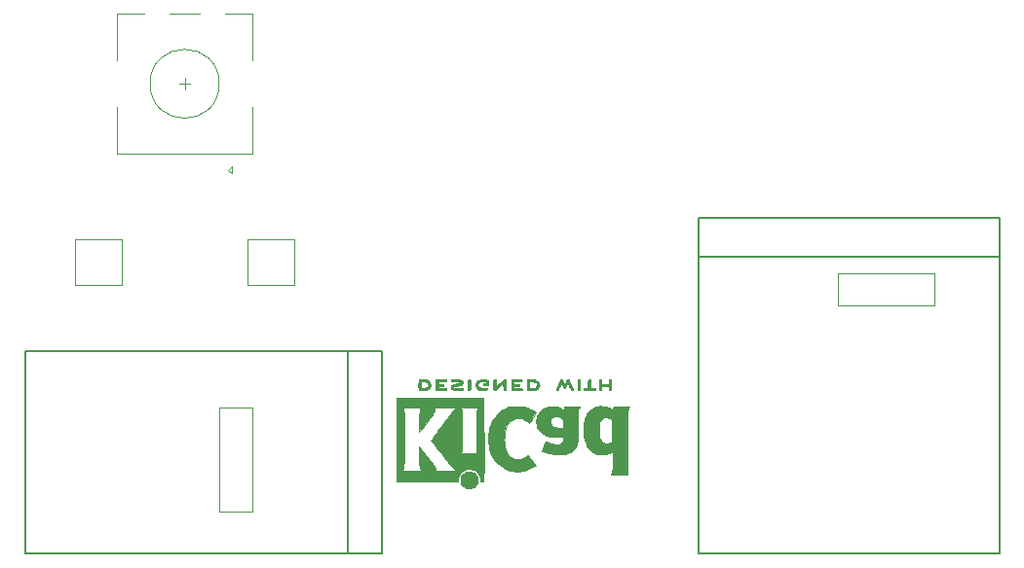
<source format=gbr>
G04 #@! TF.GenerationSoftware,KiCad,Pcbnew,(5.1.0)-1*
G04 #@! TF.CreationDate,2019-07-24T04:12:41+08:00*
G04 #@! TF.ProjectId,Power_Source,506f7765-725f-4536-9f75-7263652e6b69,rev?*
G04 #@! TF.SameCoordinates,Original*
G04 #@! TF.FileFunction,Legend,Bot*
G04 #@! TF.FilePolarity,Positive*
%FSLAX46Y46*%
G04 Gerber Fmt 4.6, Leading zero omitted, Abs format (unit mm)*
G04 Created by KiCad (PCBNEW (5.1.0)-1) date 2019-07-24 04:12:41*
%MOMM*%
%LPD*%
G04 APERTURE LIST*
%ADD10C,0.010000*%
%ADD11C,0.150000*%
%ADD12C,0.120000*%
G04 APERTURE END LIST*
D10*
G36*
X141705292Y-109653591D02*
G01*
X141757857Y-109653056D01*
X141911881Y-109649340D01*
X142040875Y-109638301D01*
X142149237Y-109618754D01*
X142241362Y-109589517D01*
X142321647Y-109549403D01*
X142394488Y-109497231D01*
X142420505Y-109474567D01*
X142463663Y-109421538D01*
X142502579Y-109349579D01*
X142532573Y-109269816D01*
X142548965Y-109193375D01*
X142550668Y-109165128D01*
X142539995Y-109086826D01*
X142511393Y-109001295D01*
X142469989Y-108920337D01*
X142420905Y-108855754D01*
X142412933Y-108847962D01*
X142345400Y-108793192D01*
X142271448Y-108750437D01*
X142186812Y-108718577D01*
X142087229Y-108696492D01*
X141968434Y-108683062D01*
X141826166Y-108677166D01*
X141761000Y-108676666D01*
X141678145Y-108677065D01*
X141619877Y-108678734D01*
X141580730Y-108682378D01*
X141555237Y-108688707D01*
X141537932Y-108698426D01*
X141528656Y-108706726D01*
X141519894Y-108716808D01*
X141513021Y-108729815D01*
X141507808Y-108749231D01*
X141504027Y-108778540D01*
X141501449Y-108821227D01*
X141499846Y-108880775D01*
X141498989Y-108960670D01*
X141498649Y-109064395D01*
X141498597Y-109165128D01*
X141498266Y-109299481D01*
X141498338Y-109406808D01*
X141499616Y-109458205D01*
X141693981Y-109458205D01*
X141693981Y-108872051D01*
X141817975Y-108872165D01*
X141892585Y-108874304D01*
X141970728Y-108879817D01*
X142035926Y-108887528D01*
X142037910Y-108887845D01*
X142143283Y-108913322D01*
X142225014Y-108953000D01*
X142287184Y-109009462D01*
X142326686Y-109070594D01*
X142351026Y-109138407D01*
X142349139Y-109202081D01*
X142320891Y-109270335D01*
X142265638Y-109340944D01*
X142189073Y-109393265D01*
X142089551Y-109428237D01*
X142023039Y-109440614D01*
X141947539Y-109449306D01*
X141867521Y-109455596D01*
X141799462Y-109458212D01*
X141795431Y-109458224D01*
X141693981Y-109458205D01*
X141499616Y-109458205D01*
X141500410Y-109490119D01*
X141506085Y-109552421D01*
X141516959Y-109596725D01*
X141534632Y-109626040D01*
X141560703Y-109643375D01*
X141596771Y-109651739D01*
X141644434Y-109654141D01*
X141705292Y-109653591D01*
X141705292Y-109653591D01*
G37*
X141705292Y-109653591D02*
X141757857Y-109653056D01*
X141911881Y-109649340D01*
X142040875Y-109638301D01*
X142149237Y-109618754D01*
X142241362Y-109589517D01*
X142321647Y-109549403D01*
X142394488Y-109497231D01*
X142420505Y-109474567D01*
X142463663Y-109421538D01*
X142502579Y-109349579D01*
X142532573Y-109269816D01*
X142548965Y-109193375D01*
X142550668Y-109165128D01*
X142539995Y-109086826D01*
X142511393Y-109001295D01*
X142469989Y-108920337D01*
X142420905Y-108855754D01*
X142412933Y-108847962D01*
X142345400Y-108793192D01*
X142271448Y-108750437D01*
X142186812Y-108718577D01*
X142087229Y-108696492D01*
X141968434Y-108683062D01*
X141826166Y-108677166D01*
X141761000Y-108676666D01*
X141678145Y-108677065D01*
X141619877Y-108678734D01*
X141580730Y-108682378D01*
X141555237Y-108688707D01*
X141537932Y-108698426D01*
X141528656Y-108706726D01*
X141519894Y-108716808D01*
X141513021Y-108729815D01*
X141507808Y-108749231D01*
X141504027Y-108778540D01*
X141501449Y-108821227D01*
X141499846Y-108880775D01*
X141498989Y-108960670D01*
X141498649Y-109064395D01*
X141498597Y-109165128D01*
X141498266Y-109299481D01*
X141498338Y-109406808D01*
X141499616Y-109458205D01*
X141693981Y-109458205D01*
X141693981Y-108872051D01*
X141817975Y-108872165D01*
X141892585Y-108874304D01*
X141970728Y-108879817D01*
X142035926Y-108887528D01*
X142037910Y-108887845D01*
X142143283Y-108913322D01*
X142225014Y-108953000D01*
X142287184Y-109009462D01*
X142326686Y-109070594D01*
X142351026Y-109138407D01*
X142349139Y-109202081D01*
X142320891Y-109270335D01*
X142265638Y-109340944D01*
X142189073Y-109393265D01*
X142089551Y-109428237D01*
X142023039Y-109440614D01*
X141947539Y-109449306D01*
X141867521Y-109455596D01*
X141799462Y-109458212D01*
X141795431Y-109458224D01*
X141693981Y-109458205D01*
X141499616Y-109458205D01*
X141500410Y-109490119D01*
X141506085Y-109552421D01*
X141516959Y-109596725D01*
X141534632Y-109626040D01*
X141560703Y-109643375D01*
X141596771Y-109651739D01*
X141644434Y-109654141D01*
X141705292Y-109653591D01*
G36*
X143580616Y-109653484D02*
G01*
X143673024Y-109652988D01*
X143742773Y-109651835D01*
X143793563Y-109649756D01*
X143829095Y-109646485D01*
X143853068Y-109641753D01*
X143869182Y-109635293D01*
X143881137Y-109626837D01*
X143885467Y-109622945D01*
X143911795Y-109581596D01*
X143916535Y-109534084D01*
X143899216Y-109491905D01*
X143891207Y-109483380D01*
X143878254Y-109475115D01*
X143857398Y-109468739D01*
X143824770Y-109463941D01*
X143776504Y-109460412D01*
X143708732Y-109457842D01*
X143617586Y-109455919D01*
X143534255Y-109454749D01*
X143204454Y-109450690D01*
X143195440Y-109277850D01*
X143419304Y-109277850D01*
X143516492Y-109277011D01*
X143587643Y-109273504D01*
X143636755Y-109265841D01*
X143667829Y-109252533D01*
X143684862Y-109232095D01*
X143691854Y-109203037D01*
X143692916Y-109176069D01*
X143689616Y-109142979D01*
X143677163Y-109118596D01*
X143651726Y-109101647D01*
X143609475Y-109090857D01*
X143546580Y-109084952D01*
X143459211Y-109082659D01*
X143411525Y-109082465D01*
X143196940Y-109082465D01*
X143196940Y-108872051D01*
X143527591Y-108872051D01*
X143635976Y-108871900D01*
X143718349Y-108871222D01*
X143778757Y-108869680D01*
X143821247Y-108866937D01*
X143849865Y-108862655D01*
X143868658Y-108856497D01*
X143881672Y-108848127D01*
X143888301Y-108841992D01*
X143911039Y-108806187D01*
X143918360Y-108774359D01*
X143907907Y-108735482D01*
X143888301Y-108706726D01*
X143877841Y-108697673D01*
X143864338Y-108690643D01*
X143844160Y-108685382D01*
X143813675Y-108681635D01*
X143769251Y-108679146D01*
X143707255Y-108677661D01*
X143624055Y-108676925D01*
X143516019Y-108676682D01*
X143459957Y-108676666D01*
X143339902Y-108676773D01*
X143246272Y-108677261D01*
X143175437Y-108678387D01*
X143123765Y-108680405D01*
X143087623Y-108683570D01*
X143063378Y-108688137D01*
X143047399Y-108694360D01*
X143036053Y-108702496D01*
X143031614Y-108706726D01*
X143022829Y-108716840D01*
X143015942Y-108729888D01*
X143010725Y-108749366D01*
X143006947Y-108778772D01*
X143004376Y-108821602D01*
X143002782Y-108881352D01*
X143001935Y-108961519D01*
X143001604Y-109065599D01*
X143001555Y-109162508D01*
X143001600Y-109286613D01*
X143001912Y-109384170D01*
X143002758Y-109458690D01*
X143004404Y-109513685D01*
X143007117Y-109552666D01*
X143011163Y-109579143D01*
X143016809Y-109596630D01*
X143024320Y-109608636D01*
X143033964Y-109618673D01*
X143036340Y-109620910D01*
X143047871Y-109630817D01*
X143061268Y-109638488D01*
X143080250Y-109644210D01*
X143108531Y-109648268D01*
X143149828Y-109650948D01*
X143207858Y-109652534D01*
X143286337Y-109653312D01*
X143388980Y-109653568D01*
X143461850Y-109653590D01*
X143580616Y-109653484D01*
X143580616Y-109653484D01*
G37*
X143580616Y-109653484D02*
X143673024Y-109652988D01*
X143742773Y-109651835D01*
X143793563Y-109649756D01*
X143829095Y-109646485D01*
X143853068Y-109641753D01*
X143869182Y-109635293D01*
X143881137Y-109626837D01*
X143885467Y-109622945D01*
X143911795Y-109581596D01*
X143916535Y-109534084D01*
X143899216Y-109491905D01*
X143891207Y-109483380D01*
X143878254Y-109475115D01*
X143857398Y-109468739D01*
X143824770Y-109463941D01*
X143776504Y-109460412D01*
X143708732Y-109457842D01*
X143617586Y-109455919D01*
X143534255Y-109454749D01*
X143204454Y-109450690D01*
X143195440Y-109277850D01*
X143419304Y-109277850D01*
X143516492Y-109277011D01*
X143587643Y-109273504D01*
X143636755Y-109265841D01*
X143667829Y-109252533D01*
X143684862Y-109232095D01*
X143691854Y-109203037D01*
X143692916Y-109176069D01*
X143689616Y-109142979D01*
X143677163Y-109118596D01*
X143651726Y-109101647D01*
X143609475Y-109090857D01*
X143546580Y-109084952D01*
X143459211Y-109082659D01*
X143411525Y-109082465D01*
X143196940Y-109082465D01*
X143196940Y-108872051D01*
X143527591Y-108872051D01*
X143635976Y-108871900D01*
X143718349Y-108871222D01*
X143778757Y-108869680D01*
X143821247Y-108866937D01*
X143849865Y-108862655D01*
X143868658Y-108856497D01*
X143881672Y-108848127D01*
X143888301Y-108841992D01*
X143911039Y-108806187D01*
X143918360Y-108774359D01*
X143907907Y-108735482D01*
X143888301Y-108706726D01*
X143877841Y-108697673D01*
X143864338Y-108690643D01*
X143844160Y-108685382D01*
X143813675Y-108681635D01*
X143769251Y-108679146D01*
X143707255Y-108677661D01*
X143624055Y-108676925D01*
X143516019Y-108676682D01*
X143459957Y-108676666D01*
X143339902Y-108676773D01*
X143246272Y-108677261D01*
X143175437Y-108678387D01*
X143123765Y-108680405D01*
X143087623Y-108683570D01*
X143063378Y-108688137D01*
X143047399Y-108694360D01*
X143036053Y-108702496D01*
X143031614Y-108706726D01*
X143022829Y-108716840D01*
X143015942Y-108729888D01*
X143010725Y-108749366D01*
X143006947Y-108778772D01*
X143004376Y-108821602D01*
X143002782Y-108881352D01*
X143001935Y-108961519D01*
X143001604Y-109065599D01*
X143001555Y-109162508D01*
X143001600Y-109286613D01*
X143001912Y-109384170D01*
X143002758Y-109458690D01*
X143004404Y-109513685D01*
X143007117Y-109552666D01*
X143011163Y-109579143D01*
X143016809Y-109596630D01*
X143024320Y-109608636D01*
X143033964Y-109618673D01*
X143036340Y-109620910D01*
X143047871Y-109630817D01*
X143061268Y-109638488D01*
X143080250Y-109644210D01*
X143108531Y-109648268D01*
X143149828Y-109650948D01*
X143207858Y-109652534D01*
X143286337Y-109653312D01*
X143388980Y-109653568D01*
X143461850Y-109653590D01*
X143580616Y-109653484D01*
G36*
X144940058Y-109651879D02*
G01*
X145039663Y-109644916D01*
X145132302Y-109634041D01*
X145212588Y-109619662D01*
X145275138Y-109602190D01*
X145314565Y-109582034D01*
X145320617Y-109576101D01*
X145341662Y-109530061D01*
X145335280Y-109482796D01*
X145302639Y-109442358D01*
X145301082Y-109441199D01*
X145281883Y-109428739D01*
X145261841Y-109422187D01*
X145233886Y-109421392D01*
X145190947Y-109426200D01*
X145125955Y-109436461D01*
X145120727Y-109437325D01*
X145023885Y-109449222D01*
X144919402Y-109455091D01*
X144814611Y-109455148D01*
X144716844Y-109449609D01*
X144633434Y-109438691D01*
X144571713Y-109422611D01*
X144567658Y-109420995D01*
X144522882Y-109395907D01*
X144507150Y-109370518D01*
X144519466Y-109345549D01*
X144558831Y-109321720D01*
X144624248Y-109299754D01*
X144714720Y-109280370D01*
X144775046Y-109271038D01*
X144900446Y-109253087D01*
X145000181Y-109236677D01*
X145078500Y-109220388D01*
X145139653Y-109202798D01*
X145187887Y-109182487D01*
X145227451Y-109158033D01*
X145262594Y-109128016D01*
X145290835Y-109098540D01*
X145324338Y-109057469D01*
X145340827Y-109022154D01*
X145345983Y-108978643D01*
X145346170Y-108962708D01*
X145342298Y-108909831D01*
X145326819Y-108870493D01*
X145300031Y-108835576D01*
X145245587Y-108782202D01*
X145184876Y-108741498D01*
X145113388Y-108712136D01*
X145026610Y-108692789D01*
X144920032Y-108682130D01*
X144789143Y-108678831D01*
X144767531Y-108678887D01*
X144680248Y-108680696D01*
X144593687Y-108684807D01*
X144517284Y-108690630D01*
X144460476Y-108697575D01*
X144455882Y-108698372D01*
X144399401Y-108711752D01*
X144351494Y-108728654D01*
X144324373Y-108744105D01*
X144299135Y-108784870D01*
X144297377Y-108832338D01*
X144319134Y-108874641D01*
X144324002Y-108879424D01*
X144344124Y-108893637D01*
X144369288Y-108899760D01*
X144408233Y-108898718D01*
X144455511Y-108893302D01*
X144508341Y-108888463D01*
X144582398Y-108884381D01*
X144668855Y-108881418D01*
X144758883Y-108879939D01*
X144782561Y-108879842D01*
X144872924Y-108880206D01*
X144939057Y-108881960D01*
X144986779Y-108885713D01*
X145021908Y-108892073D01*
X145050264Y-108901649D01*
X145067305Y-108909625D01*
X145104750Y-108931771D01*
X145128625Y-108951828D01*
X145132114Y-108957513D01*
X145124753Y-108980991D01*
X145089759Y-109003719D01*
X145029558Y-109024666D01*
X144946575Y-109042800D01*
X144922126Y-109046839D01*
X144794424Y-109066897D01*
X144692506Y-109083662D01*
X144612440Y-109098353D01*
X144550292Y-109112188D01*
X144502128Y-109126385D01*
X144464014Y-109142163D01*
X144432016Y-109160740D01*
X144402202Y-109183334D01*
X144370636Y-109211163D01*
X144360014Y-109220920D01*
X144322773Y-109257334D01*
X144303059Y-109286184D01*
X144295347Y-109319198D01*
X144294099Y-109360801D01*
X144307831Y-109442385D01*
X144348868Y-109511702D01*
X144416976Y-109568528D01*
X144511919Y-109612639D01*
X144579662Y-109632424D01*
X144653287Y-109645203D01*
X144741485Y-109652432D01*
X144838870Y-109654521D01*
X144940058Y-109651879D01*
X144940058Y-109651879D01*
G37*
X144940058Y-109651879D02*
X145039663Y-109644916D01*
X145132302Y-109634041D01*
X145212588Y-109619662D01*
X145275138Y-109602190D01*
X145314565Y-109582034D01*
X145320617Y-109576101D01*
X145341662Y-109530061D01*
X145335280Y-109482796D01*
X145302639Y-109442358D01*
X145301082Y-109441199D01*
X145281883Y-109428739D01*
X145261841Y-109422187D01*
X145233886Y-109421392D01*
X145190947Y-109426200D01*
X145125955Y-109436461D01*
X145120727Y-109437325D01*
X145023885Y-109449222D01*
X144919402Y-109455091D01*
X144814611Y-109455148D01*
X144716844Y-109449609D01*
X144633434Y-109438691D01*
X144571713Y-109422611D01*
X144567658Y-109420995D01*
X144522882Y-109395907D01*
X144507150Y-109370518D01*
X144519466Y-109345549D01*
X144558831Y-109321720D01*
X144624248Y-109299754D01*
X144714720Y-109280370D01*
X144775046Y-109271038D01*
X144900446Y-109253087D01*
X145000181Y-109236677D01*
X145078500Y-109220388D01*
X145139653Y-109202798D01*
X145187887Y-109182487D01*
X145227451Y-109158033D01*
X145262594Y-109128016D01*
X145290835Y-109098540D01*
X145324338Y-109057469D01*
X145340827Y-109022154D01*
X145345983Y-108978643D01*
X145346170Y-108962708D01*
X145342298Y-108909831D01*
X145326819Y-108870493D01*
X145300031Y-108835576D01*
X145245587Y-108782202D01*
X145184876Y-108741498D01*
X145113388Y-108712136D01*
X145026610Y-108692789D01*
X144920032Y-108682130D01*
X144789143Y-108678831D01*
X144767531Y-108678887D01*
X144680248Y-108680696D01*
X144593687Y-108684807D01*
X144517284Y-108690630D01*
X144460476Y-108697575D01*
X144455882Y-108698372D01*
X144399401Y-108711752D01*
X144351494Y-108728654D01*
X144324373Y-108744105D01*
X144299135Y-108784870D01*
X144297377Y-108832338D01*
X144319134Y-108874641D01*
X144324002Y-108879424D01*
X144344124Y-108893637D01*
X144369288Y-108899760D01*
X144408233Y-108898718D01*
X144455511Y-108893302D01*
X144508341Y-108888463D01*
X144582398Y-108884381D01*
X144668855Y-108881418D01*
X144758883Y-108879939D01*
X144782561Y-108879842D01*
X144872924Y-108880206D01*
X144939057Y-108881960D01*
X144986779Y-108885713D01*
X145021908Y-108892073D01*
X145050264Y-108901649D01*
X145067305Y-108909625D01*
X145104750Y-108931771D01*
X145128625Y-108951828D01*
X145132114Y-108957513D01*
X145124753Y-108980991D01*
X145089759Y-109003719D01*
X145029558Y-109024666D01*
X144946575Y-109042800D01*
X144922126Y-109046839D01*
X144794424Y-109066897D01*
X144692506Y-109083662D01*
X144612440Y-109098353D01*
X144550292Y-109112188D01*
X144502128Y-109126385D01*
X144464014Y-109142163D01*
X144432016Y-109160740D01*
X144402202Y-109183334D01*
X144370636Y-109211163D01*
X144360014Y-109220920D01*
X144322773Y-109257334D01*
X144303059Y-109286184D01*
X144295347Y-109319198D01*
X144294099Y-109360801D01*
X144307831Y-109442385D01*
X144348868Y-109511702D01*
X144416976Y-109568528D01*
X144511919Y-109612639D01*
X144579662Y-109632424D01*
X144653287Y-109645203D01*
X144741485Y-109652432D01*
X144838870Y-109654521D01*
X144940058Y-109651879D01*
G36*
X145962383Y-109623530D02*
G01*
X145971145Y-109613448D01*
X145978018Y-109600441D01*
X145983231Y-109581025D01*
X145987012Y-109551716D01*
X145989590Y-109509029D01*
X145991193Y-109449481D01*
X145992051Y-109369586D01*
X145992390Y-109265860D01*
X145992443Y-109165128D01*
X145992350Y-109040184D01*
X145991919Y-108941815D01*
X145990923Y-108866535D01*
X145989131Y-108810862D01*
X145986317Y-108771310D01*
X145982250Y-108744395D01*
X145976704Y-108726633D01*
X145969449Y-108714539D01*
X145962383Y-108706726D01*
X145918444Y-108680524D01*
X145871626Y-108682875D01*
X145829737Y-108711452D01*
X145820112Y-108722609D01*
X145812591Y-108735553D01*
X145806912Y-108753864D01*
X145802819Y-108781118D01*
X145800051Y-108820896D01*
X145798350Y-108876774D01*
X145797457Y-108952332D01*
X145797113Y-109051148D01*
X145797058Y-109163022D01*
X145797058Y-109579808D01*
X145833949Y-109616699D01*
X145879421Y-109647736D01*
X145923530Y-109648855D01*
X145962383Y-109623530D01*
X145962383Y-109623530D01*
G37*
X145962383Y-109623530D02*
X145971145Y-109613448D01*
X145978018Y-109600441D01*
X145983231Y-109581025D01*
X145987012Y-109551716D01*
X145989590Y-109509029D01*
X145991193Y-109449481D01*
X145992051Y-109369586D01*
X145992390Y-109265860D01*
X145992443Y-109165128D01*
X145992350Y-109040184D01*
X145991919Y-108941815D01*
X145990923Y-108866535D01*
X145989131Y-108810862D01*
X145986317Y-108771310D01*
X145982250Y-108744395D01*
X145976704Y-108726633D01*
X145969449Y-108714539D01*
X145962383Y-108706726D01*
X145918444Y-108680524D01*
X145871626Y-108682875D01*
X145829737Y-108711452D01*
X145820112Y-108722609D01*
X145812591Y-108735553D01*
X145806912Y-108753864D01*
X145802819Y-108781118D01*
X145800051Y-108820896D01*
X145798350Y-108876774D01*
X145797457Y-108952332D01*
X145797113Y-109051148D01*
X145797058Y-109163022D01*
X145797058Y-109579808D01*
X145833949Y-109616699D01*
X145879421Y-109647736D01*
X145923530Y-109648855D01*
X145962383Y-109623530D01*
G36*
X147258784Y-109646224D02*
G01*
X147350005Y-109630918D01*
X147420064Y-109607125D01*
X147465642Y-109575796D01*
X147478062Y-109557922D01*
X147490692Y-109516351D01*
X147482193Y-109478744D01*
X147455361Y-109443081D01*
X147413670Y-109426397D01*
X147353176Y-109427752D01*
X147306387Y-109436791D01*
X147202418Y-109454013D01*
X147096166Y-109455649D01*
X146977237Y-109441671D01*
X146944386Y-109435748D01*
X146833801Y-109404569D01*
X146747287Y-109358190D01*
X146685793Y-109297401D01*
X146650268Y-109222992D01*
X146642921Y-109184522D01*
X146647730Y-109106473D01*
X146678780Y-109037419D01*
X146733240Y-108978707D01*
X146808282Y-108931683D01*
X146901076Y-108897693D01*
X147008794Y-108878082D01*
X147128605Y-108874195D01*
X147257681Y-108887380D01*
X147264969Y-108888624D01*
X147316308Y-108898186D01*
X147344774Y-108907422D01*
X147357112Y-108921127D01*
X147360068Y-108944094D01*
X147360135Y-108956257D01*
X147360135Y-109007317D01*
X147268969Y-109007317D01*
X147188464Y-109012832D01*
X147133525Y-109030406D01*
X147101560Y-109061583D01*
X147089974Y-109107906D01*
X147089833Y-109113952D01*
X147096611Y-109153547D01*
X147119855Y-109181819D01*
X147163116Y-109200529D01*
X147229945Y-109211436D01*
X147294676Y-109215446D01*
X147388759Y-109217747D01*
X147457002Y-109214236D01*
X147503545Y-109201281D01*
X147532528Y-109175250D01*
X147548091Y-109132509D01*
X147554375Y-109069426D01*
X147555520Y-108986572D01*
X147553644Y-108894090D01*
X147548000Y-108831182D01*
X147538564Y-108797597D01*
X147536733Y-108794967D01*
X147484921Y-108753002D01*
X147408956Y-108719768D01*
X147313654Y-108695977D01*
X147203830Y-108682337D01*
X147084300Y-108679558D01*
X146959880Y-108688351D01*
X146886703Y-108699151D01*
X146771926Y-108731638D01*
X146665250Y-108784750D01*
X146575935Y-108853681D01*
X146562360Y-108867458D01*
X146518254Y-108925378D01*
X146478457Y-108997160D01*
X146447619Y-109072417D01*
X146430389Y-109140759D01*
X146428312Y-109167007D01*
X146437153Y-109221759D01*
X146460651Y-109289881D01*
X146494297Y-109361586D01*
X146533582Y-109427087D01*
X146568291Y-109470838D01*
X146649443Y-109535917D01*
X146754348Y-109587715D01*
X146879246Y-109625062D01*
X147020379Y-109646783D01*
X147149721Y-109652091D01*
X147258784Y-109646224D01*
X147258784Y-109646224D01*
G37*
X147258784Y-109646224D02*
X147350005Y-109630918D01*
X147420064Y-109607125D01*
X147465642Y-109575796D01*
X147478062Y-109557922D01*
X147490692Y-109516351D01*
X147482193Y-109478744D01*
X147455361Y-109443081D01*
X147413670Y-109426397D01*
X147353176Y-109427752D01*
X147306387Y-109436791D01*
X147202418Y-109454013D01*
X147096166Y-109455649D01*
X146977237Y-109441671D01*
X146944386Y-109435748D01*
X146833801Y-109404569D01*
X146747287Y-109358190D01*
X146685793Y-109297401D01*
X146650268Y-109222992D01*
X146642921Y-109184522D01*
X146647730Y-109106473D01*
X146678780Y-109037419D01*
X146733240Y-108978707D01*
X146808282Y-108931683D01*
X146901076Y-108897693D01*
X147008794Y-108878082D01*
X147128605Y-108874195D01*
X147257681Y-108887380D01*
X147264969Y-108888624D01*
X147316308Y-108898186D01*
X147344774Y-108907422D01*
X147357112Y-108921127D01*
X147360068Y-108944094D01*
X147360135Y-108956257D01*
X147360135Y-109007317D01*
X147268969Y-109007317D01*
X147188464Y-109012832D01*
X147133525Y-109030406D01*
X147101560Y-109061583D01*
X147089974Y-109107906D01*
X147089833Y-109113952D01*
X147096611Y-109153547D01*
X147119855Y-109181819D01*
X147163116Y-109200529D01*
X147229945Y-109211436D01*
X147294676Y-109215446D01*
X147388759Y-109217747D01*
X147457002Y-109214236D01*
X147503545Y-109201281D01*
X147532528Y-109175250D01*
X147548091Y-109132509D01*
X147554375Y-109069426D01*
X147555520Y-108986572D01*
X147553644Y-108894090D01*
X147548000Y-108831182D01*
X147538564Y-108797597D01*
X147536733Y-108794967D01*
X147484921Y-108753002D01*
X147408956Y-108719768D01*
X147313654Y-108695977D01*
X147203830Y-108682337D01*
X147084300Y-108679558D01*
X146959880Y-108688351D01*
X146886703Y-108699151D01*
X146771926Y-108731638D01*
X146665250Y-108784750D01*
X146575935Y-108853681D01*
X146562360Y-108867458D01*
X146518254Y-108925378D01*
X146478457Y-108997160D01*
X146447619Y-109072417D01*
X146430389Y-109140759D01*
X146428312Y-109167007D01*
X146437153Y-109221759D01*
X146460651Y-109289881D01*
X146494297Y-109361586D01*
X146533582Y-109427087D01*
X146568291Y-109470838D01*
X146649443Y-109535917D01*
X146754348Y-109587715D01*
X146879246Y-109625062D01*
X147020379Y-109646783D01*
X147149721Y-109652091D01*
X147258784Y-109646224D01*
G36*
X148124126Y-109647756D02*
G01*
X148155501Y-109629351D01*
X148196524Y-109599251D01*
X148249322Y-109556040D01*
X148316021Y-109498298D01*
X148398747Y-109424608D01*
X148499626Y-109333552D01*
X148615105Y-109228862D01*
X148855579Y-109010793D01*
X148863094Y-109303492D01*
X148865807Y-109404246D01*
X148868424Y-109479278D01*
X148871526Y-109532916D01*
X148875690Y-109569490D01*
X148881495Y-109593329D01*
X148889522Y-109608762D01*
X148900349Y-109620118D01*
X148906090Y-109624890D01*
X148952063Y-109650123D01*
X148995809Y-109646434D01*
X149030511Y-109624877D01*
X149065993Y-109596165D01*
X149070406Y-109176850D01*
X149071627Y-109053529D01*
X149072249Y-108956652D01*
X149072056Y-108882606D01*
X149070832Y-108827779D01*
X149068362Y-108788557D01*
X149064432Y-108761327D01*
X149058826Y-108742477D01*
X149051328Y-108728395D01*
X149043013Y-108717101D01*
X149025024Y-108696154D01*
X149007125Y-108682269D01*
X148986834Y-108676940D01*
X148961668Y-108681660D01*
X148929146Y-108697923D01*
X148886783Y-108727223D01*
X148832098Y-108771054D01*
X148762609Y-108830909D01*
X148675831Y-108908282D01*
X148577531Y-108997186D01*
X148224336Y-109317565D01*
X148216821Y-109025823D01*
X148214103Y-108925253D01*
X148211479Y-108850396D01*
X148208367Y-108796916D01*
X148204184Y-108760474D01*
X148198349Y-108736732D01*
X148190280Y-108721354D01*
X148179395Y-108710000D01*
X148173825Y-108705374D01*
X148124590Y-108679958D01*
X148078069Y-108683791D01*
X148037557Y-108716267D01*
X148028290Y-108729333D01*
X148021067Y-108744591D01*
X148015634Y-108765704D01*
X148011738Y-108796331D01*
X148009125Y-108840134D01*
X148007539Y-108900773D01*
X148006728Y-108981909D01*
X148006438Y-109087203D01*
X148006407Y-109165128D01*
X148006505Y-109287012D01*
X148006967Y-109382497D01*
X148008049Y-109455245D01*
X148010003Y-109508917D01*
X148013084Y-109547173D01*
X148017546Y-109573673D01*
X148023643Y-109592080D01*
X148031629Y-109606052D01*
X148037557Y-109613989D01*
X148052584Y-109632788D01*
X148066628Y-109646983D01*
X148081816Y-109655154D01*
X148100273Y-109655884D01*
X148124126Y-109647756D01*
X148124126Y-109647756D01*
G37*
X148124126Y-109647756D02*
X148155501Y-109629351D01*
X148196524Y-109599251D01*
X148249322Y-109556040D01*
X148316021Y-109498298D01*
X148398747Y-109424608D01*
X148499626Y-109333552D01*
X148615105Y-109228862D01*
X148855579Y-109010793D01*
X148863094Y-109303492D01*
X148865807Y-109404246D01*
X148868424Y-109479278D01*
X148871526Y-109532916D01*
X148875690Y-109569490D01*
X148881495Y-109593329D01*
X148889522Y-109608762D01*
X148900349Y-109620118D01*
X148906090Y-109624890D01*
X148952063Y-109650123D01*
X148995809Y-109646434D01*
X149030511Y-109624877D01*
X149065993Y-109596165D01*
X149070406Y-109176850D01*
X149071627Y-109053529D01*
X149072249Y-108956652D01*
X149072056Y-108882606D01*
X149070832Y-108827779D01*
X149068362Y-108788557D01*
X149064432Y-108761327D01*
X149058826Y-108742477D01*
X149051328Y-108728395D01*
X149043013Y-108717101D01*
X149025024Y-108696154D01*
X149007125Y-108682269D01*
X148986834Y-108676940D01*
X148961668Y-108681660D01*
X148929146Y-108697923D01*
X148886783Y-108727223D01*
X148832098Y-108771054D01*
X148762609Y-108830909D01*
X148675831Y-108908282D01*
X148577531Y-108997186D01*
X148224336Y-109317565D01*
X148216821Y-109025823D01*
X148214103Y-108925253D01*
X148211479Y-108850396D01*
X148208367Y-108796916D01*
X148204184Y-108760474D01*
X148198349Y-108736732D01*
X148190280Y-108721354D01*
X148179395Y-108710000D01*
X148173825Y-108705374D01*
X148124590Y-108679958D01*
X148078069Y-108683791D01*
X148037557Y-108716267D01*
X148028290Y-108729333D01*
X148021067Y-108744591D01*
X148015634Y-108765704D01*
X148011738Y-108796331D01*
X148009125Y-108840134D01*
X148007539Y-108900773D01*
X148006728Y-108981909D01*
X148006438Y-109087203D01*
X148006407Y-109165128D01*
X148006505Y-109287012D01*
X148006967Y-109382497D01*
X148008049Y-109455245D01*
X148010003Y-109508917D01*
X148013084Y-109547173D01*
X148017546Y-109573673D01*
X148023643Y-109592080D01*
X148031629Y-109606052D01*
X148037557Y-109613989D01*
X148052584Y-109632788D01*
X148066628Y-109646983D01*
X148081816Y-109655154D01*
X148100273Y-109655884D01*
X148124126Y-109647756D01*
G36*
X150161716Y-109653333D02*
G01*
X150263377Y-109652116D01*
X150341282Y-109649270D01*
X150398581Y-109644126D01*
X150438427Y-109636016D01*
X150463968Y-109624269D01*
X150478357Y-109608218D01*
X150484745Y-109587192D01*
X150486281Y-109560524D01*
X150486289Y-109557374D01*
X150484955Y-109527210D01*
X150478651Y-109503897D01*
X150463922Y-109486494D01*
X150437315Y-109474060D01*
X150395374Y-109465655D01*
X150334646Y-109460335D01*
X150251676Y-109457161D01*
X150143011Y-109455191D01*
X150109705Y-109454755D01*
X149787413Y-109450690D01*
X149782906Y-109364270D01*
X149778398Y-109277850D01*
X150002263Y-109277850D01*
X150089721Y-109277527D01*
X150152169Y-109276163D01*
X150194654Y-109273161D01*
X150222223Y-109267927D01*
X150239922Y-109259865D01*
X150252797Y-109248380D01*
X150252880Y-109248289D01*
X150276230Y-109203529D01*
X150275386Y-109155153D01*
X150250879Y-109113914D01*
X150246029Y-109109675D01*
X150228815Y-109098751D01*
X150205226Y-109091151D01*
X150170007Y-109086303D01*
X150117900Y-109083634D01*
X150043650Y-109082572D01*
X149996162Y-109082465D01*
X149779898Y-109082465D01*
X149779898Y-108872051D01*
X150108220Y-108872051D01*
X150216618Y-108871861D01*
X150298935Y-108871086D01*
X150359149Y-108869416D01*
X150401235Y-108866542D01*
X150429171Y-108862153D01*
X150446934Y-108855941D01*
X150458500Y-108847596D01*
X150461415Y-108844566D01*
X150482936Y-108802566D01*
X150484510Y-108754786D01*
X150466855Y-108713358D01*
X150452885Y-108700063D01*
X150438354Y-108692744D01*
X150415838Y-108687081D01*
X150381776Y-108682877D01*
X150332607Y-108679932D01*
X150264768Y-108678049D01*
X150174698Y-108677030D01*
X150058837Y-108676675D01*
X150032643Y-108676666D01*
X149914839Y-108676744D01*
X149823396Y-108677169D01*
X149754614Y-108678234D01*
X149704796Y-108680231D01*
X149670240Y-108683450D01*
X149647250Y-108688184D01*
X149632126Y-108694723D01*
X149621169Y-108703359D01*
X149615158Y-108709560D01*
X149606110Y-108720543D01*
X149599042Y-108734148D01*
X149593709Y-108753944D01*
X149589868Y-108783498D01*
X149587275Y-108826379D01*
X149585687Y-108886155D01*
X149584861Y-108966393D01*
X149584552Y-109070661D01*
X149584514Y-109158420D01*
X149584608Y-109281392D01*
X149585057Y-109377931D01*
X149586108Y-109451661D01*
X149588010Y-109506210D01*
X149591009Y-109545201D01*
X149595355Y-109572261D01*
X149601294Y-109591016D01*
X149609075Y-109605090D01*
X149615664Y-109613989D01*
X149646814Y-109653590D01*
X150033148Y-109653590D01*
X150161716Y-109653333D01*
X150161716Y-109653333D01*
G37*
X150161716Y-109653333D02*
X150263377Y-109652116D01*
X150341282Y-109649270D01*
X150398581Y-109644126D01*
X150438427Y-109636016D01*
X150463968Y-109624269D01*
X150478357Y-109608218D01*
X150484745Y-109587192D01*
X150486281Y-109560524D01*
X150486289Y-109557374D01*
X150484955Y-109527210D01*
X150478651Y-109503897D01*
X150463922Y-109486494D01*
X150437315Y-109474060D01*
X150395374Y-109465655D01*
X150334646Y-109460335D01*
X150251676Y-109457161D01*
X150143011Y-109455191D01*
X150109705Y-109454755D01*
X149787413Y-109450690D01*
X149782906Y-109364270D01*
X149778398Y-109277850D01*
X150002263Y-109277850D01*
X150089721Y-109277527D01*
X150152169Y-109276163D01*
X150194654Y-109273161D01*
X150222223Y-109267927D01*
X150239922Y-109259865D01*
X150252797Y-109248380D01*
X150252880Y-109248289D01*
X150276230Y-109203529D01*
X150275386Y-109155153D01*
X150250879Y-109113914D01*
X150246029Y-109109675D01*
X150228815Y-109098751D01*
X150205226Y-109091151D01*
X150170007Y-109086303D01*
X150117900Y-109083634D01*
X150043650Y-109082572D01*
X149996162Y-109082465D01*
X149779898Y-109082465D01*
X149779898Y-108872051D01*
X150108220Y-108872051D01*
X150216618Y-108871861D01*
X150298935Y-108871086D01*
X150359149Y-108869416D01*
X150401235Y-108866542D01*
X150429171Y-108862153D01*
X150446934Y-108855941D01*
X150458500Y-108847596D01*
X150461415Y-108844566D01*
X150482936Y-108802566D01*
X150484510Y-108754786D01*
X150466855Y-108713358D01*
X150452885Y-108700063D01*
X150438354Y-108692744D01*
X150415838Y-108687081D01*
X150381776Y-108682877D01*
X150332607Y-108679932D01*
X150264768Y-108678049D01*
X150174698Y-108677030D01*
X150058837Y-108676675D01*
X150032643Y-108676666D01*
X149914839Y-108676744D01*
X149823396Y-108677169D01*
X149754614Y-108678234D01*
X149704796Y-108680231D01*
X149670240Y-108683450D01*
X149647250Y-108688184D01*
X149632126Y-108694723D01*
X149621169Y-108703359D01*
X149615158Y-108709560D01*
X149606110Y-108720543D01*
X149599042Y-108734148D01*
X149593709Y-108753944D01*
X149589868Y-108783498D01*
X149587275Y-108826379D01*
X149585687Y-108886155D01*
X149584861Y-108966393D01*
X149584552Y-109070661D01*
X149584514Y-109158420D01*
X149584608Y-109281392D01*
X149585057Y-109377931D01*
X149586108Y-109451661D01*
X149588010Y-109506210D01*
X149591009Y-109545201D01*
X149595355Y-109572261D01*
X149601294Y-109591016D01*
X149609075Y-109605090D01*
X149615664Y-109613989D01*
X149646814Y-109653590D01*
X150033148Y-109653590D01*
X150161716Y-109653333D01*
G36*
X151210783Y-109653313D02*
G01*
X151382501Y-109647507D01*
X151528555Y-109629899D01*
X151651353Y-109599437D01*
X151753303Y-109555065D01*
X151836814Y-109495729D01*
X151904293Y-109420376D01*
X151958149Y-109327950D01*
X151959208Y-109325696D01*
X151991349Y-109242976D01*
X152002801Y-109169716D01*
X151993520Y-109095988D01*
X151963461Y-109011865D01*
X151957761Y-108999063D01*
X151918885Y-108924138D01*
X151875195Y-108866243D01*
X151818806Y-108817028D01*
X151741838Y-108768143D01*
X151737366Y-108765591D01*
X151670363Y-108733405D01*
X151594631Y-108709368D01*
X151505304Y-108692649D01*
X151397515Y-108682421D01*
X151266398Y-108677854D01*
X151220072Y-108677457D01*
X150999476Y-108676666D01*
X150968326Y-108716267D01*
X150959086Y-108729289D01*
X150951878Y-108744496D01*
X150946450Y-108765534D01*
X150942551Y-108796050D01*
X150939929Y-108839689D01*
X150939074Y-108872051D01*
X151147591Y-108872051D01*
X151272582Y-108872051D01*
X151345723Y-108874190D01*
X151420807Y-108879819D01*
X151482430Y-108887757D01*
X151486149Y-108888425D01*
X151595599Y-108917788D01*
X151680494Y-108961903D01*
X151743518Y-109022817D01*
X151787360Y-109102576D01*
X151794983Y-109123716D01*
X151802456Y-109156638D01*
X151799221Y-109189164D01*
X151783479Y-109232436D01*
X151773990Y-109253693D01*
X151742917Y-109310180D01*
X151705479Y-109349809D01*
X151664287Y-109377406D01*
X151581776Y-109413318D01*
X151476179Y-109439332D01*
X151353164Y-109454312D01*
X151264070Y-109457608D01*
X151147591Y-109458205D01*
X151147591Y-108872051D01*
X150939074Y-108872051D01*
X150938332Y-108900100D01*
X150937510Y-108980928D01*
X150937210Y-109085819D01*
X150937176Y-109167838D01*
X150937176Y-109579808D01*
X150974067Y-109616699D01*
X150990440Y-109631652D01*
X151008143Y-109641892D01*
X151032865Y-109648299D01*
X151070294Y-109651753D01*
X151126119Y-109653133D01*
X151206028Y-109653319D01*
X151210783Y-109653313D01*
X151210783Y-109653313D01*
G37*
X151210783Y-109653313D02*
X151382501Y-109647507D01*
X151528555Y-109629899D01*
X151651353Y-109599437D01*
X151753303Y-109555065D01*
X151836814Y-109495729D01*
X151904293Y-109420376D01*
X151958149Y-109327950D01*
X151959208Y-109325696D01*
X151991349Y-109242976D01*
X152002801Y-109169716D01*
X151993520Y-109095988D01*
X151963461Y-109011865D01*
X151957761Y-108999063D01*
X151918885Y-108924138D01*
X151875195Y-108866243D01*
X151818806Y-108817028D01*
X151741838Y-108768143D01*
X151737366Y-108765591D01*
X151670363Y-108733405D01*
X151594631Y-108709368D01*
X151505304Y-108692649D01*
X151397515Y-108682421D01*
X151266398Y-108677854D01*
X151220072Y-108677457D01*
X150999476Y-108676666D01*
X150968326Y-108716267D01*
X150959086Y-108729289D01*
X150951878Y-108744496D01*
X150946450Y-108765534D01*
X150942551Y-108796050D01*
X150939929Y-108839689D01*
X150939074Y-108872051D01*
X151147591Y-108872051D01*
X151272582Y-108872051D01*
X151345723Y-108874190D01*
X151420807Y-108879819D01*
X151482430Y-108887757D01*
X151486149Y-108888425D01*
X151595599Y-108917788D01*
X151680494Y-108961903D01*
X151743518Y-109022817D01*
X151787360Y-109102576D01*
X151794983Y-109123716D01*
X151802456Y-109156638D01*
X151799221Y-109189164D01*
X151783479Y-109232436D01*
X151773990Y-109253693D01*
X151742917Y-109310180D01*
X151705479Y-109349809D01*
X151664287Y-109377406D01*
X151581776Y-109413318D01*
X151476179Y-109439332D01*
X151353164Y-109454312D01*
X151264070Y-109457608D01*
X151147591Y-109458205D01*
X151147591Y-108872051D01*
X150939074Y-108872051D01*
X150938332Y-108900100D01*
X150937510Y-108980928D01*
X150937210Y-109085819D01*
X150937176Y-109167838D01*
X150937176Y-109579808D01*
X150974067Y-109616699D01*
X150990440Y-109631652D01*
X151008143Y-109641892D01*
X151032865Y-109648299D01*
X151070294Y-109651753D01*
X151126119Y-109653133D01*
X151206028Y-109653319D01*
X151210783Y-109653313D01*
G36*
X154840547Y-109650970D02*
G01*
X154866628Y-109641650D01*
X154867634Y-109641194D01*
X154903052Y-109614166D01*
X154922566Y-109586364D01*
X154926384Y-109573328D01*
X154926195Y-109556008D01*
X154920822Y-109531333D01*
X154909088Y-109496236D01*
X154889813Y-109447647D01*
X154861822Y-109382498D01*
X154823936Y-109297719D01*
X154774978Y-109190241D01*
X154748031Y-109131497D01*
X154699370Y-109026627D01*
X154653690Y-108930186D01*
X154612734Y-108845702D01*
X154578246Y-108776700D01*
X154551969Y-108726706D01*
X154535646Y-108699246D01*
X154532416Y-108695453D01*
X154491089Y-108678720D01*
X154444409Y-108680961D01*
X154406970Y-108701313D01*
X154405444Y-108702968D01*
X154390551Y-108725514D01*
X154365569Y-108769429D01*
X154333579Y-108829060D01*
X154297660Y-108898754D01*
X154284752Y-108924437D01*
X154187314Y-109119603D01*
X154081106Y-108907593D01*
X154043197Y-108834339D01*
X154008027Y-108770810D01*
X153978468Y-108721869D01*
X153957394Y-108692378D01*
X153950252Y-108686124D01*
X153894738Y-108677655D01*
X153848929Y-108695453D01*
X153835454Y-108714475D01*
X153812136Y-108756751D01*
X153780877Y-108818120D01*
X153743580Y-108894424D01*
X153702146Y-108981501D01*
X153658478Y-109075193D01*
X153614478Y-109171339D01*
X153572048Y-109265779D01*
X153533090Y-109354355D01*
X153499507Y-109432904D01*
X153473201Y-109497269D01*
X153456074Y-109543289D01*
X153450029Y-109566803D01*
X153450091Y-109567655D01*
X153464800Y-109597244D01*
X153494202Y-109627380D01*
X153495933Y-109628692D01*
X153532070Y-109649118D01*
X153565494Y-109648920D01*
X153578022Y-109645069D01*
X153593287Y-109636747D01*
X153609498Y-109620375D01*
X153628599Y-109592558D01*
X153652535Y-109549900D01*
X153683251Y-109489005D01*
X153722691Y-109406475D01*
X153758258Y-109330293D01*
X153799177Y-109241986D01*
X153835844Y-109162574D01*
X153866354Y-109096204D01*
X153888802Y-109047025D01*
X153901283Y-109019187D01*
X153903103Y-109014832D01*
X153911290Y-109021951D01*
X153930105Y-109051759D01*
X153957046Y-109099904D01*
X153989608Y-109162037D01*
X154002566Y-109187672D01*
X154046460Y-109274235D01*
X154080311Y-109337275D01*
X154106897Y-109380458D01*
X154128995Y-109407448D01*
X154149384Y-109421912D01*
X154170840Y-109427513D01*
X154184823Y-109428146D01*
X154209488Y-109425960D01*
X154231102Y-109416921D01*
X154252578Y-109397303D01*
X154276830Y-109363383D01*
X154306770Y-109311438D01*
X154345313Y-109237742D01*
X154366578Y-109195820D01*
X154401072Y-109129006D01*
X154431156Y-109073599D01*
X154454177Y-109034273D01*
X154467480Y-109015704D01*
X154469289Y-109014931D01*
X154477880Y-109029545D01*
X154497114Y-109067493D01*
X154525065Y-109124804D01*
X154559807Y-109197504D01*
X154599413Y-109281624D01*
X154618896Y-109323406D01*
X154669580Y-109431237D01*
X154710393Y-109514210D01*
X154743454Y-109575034D01*
X154770881Y-109616415D01*
X154794792Y-109641060D01*
X154817308Y-109651676D01*
X154840547Y-109650970D01*
X154840547Y-109650970D01*
G37*
X154840547Y-109650970D02*
X154866628Y-109641650D01*
X154867634Y-109641194D01*
X154903052Y-109614166D01*
X154922566Y-109586364D01*
X154926384Y-109573328D01*
X154926195Y-109556008D01*
X154920822Y-109531333D01*
X154909088Y-109496236D01*
X154889813Y-109447647D01*
X154861822Y-109382498D01*
X154823936Y-109297719D01*
X154774978Y-109190241D01*
X154748031Y-109131497D01*
X154699370Y-109026627D01*
X154653690Y-108930186D01*
X154612734Y-108845702D01*
X154578246Y-108776700D01*
X154551969Y-108726706D01*
X154535646Y-108699246D01*
X154532416Y-108695453D01*
X154491089Y-108678720D01*
X154444409Y-108680961D01*
X154406970Y-108701313D01*
X154405444Y-108702968D01*
X154390551Y-108725514D01*
X154365569Y-108769429D01*
X154333579Y-108829060D01*
X154297660Y-108898754D01*
X154284752Y-108924437D01*
X154187314Y-109119603D01*
X154081106Y-108907593D01*
X154043197Y-108834339D01*
X154008027Y-108770810D01*
X153978468Y-108721869D01*
X153957394Y-108692378D01*
X153950252Y-108686124D01*
X153894738Y-108677655D01*
X153848929Y-108695453D01*
X153835454Y-108714475D01*
X153812136Y-108756751D01*
X153780877Y-108818120D01*
X153743580Y-108894424D01*
X153702146Y-108981501D01*
X153658478Y-109075193D01*
X153614478Y-109171339D01*
X153572048Y-109265779D01*
X153533090Y-109354355D01*
X153499507Y-109432904D01*
X153473201Y-109497269D01*
X153456074Y-109543289D01*
X153450029Y-109566803D01*
X153450091Y-109567655D01*
X153464800Y-109597244D01*
X153494202Y-109627380D01*
X153495933Y-109628692D01*
X153532070Y-109649118D01*
X153565494Y-109648920D01*
X153578022Y-109645069D01*
X153593287Y-109636747D01*
X153609498Y-109620375D01*
X153628599Y-109592558D01*
X153652535Y-109549900D01*
X153683251Y-109489005D01*
X153722691Y-109406475D01*
X153758258Y-109330293D01*
X153799177Y-109241986D01*
X153835844Y-109162574D01*
X153866354Y-109096204D01*
X153888802Y-109047025D01*
X153901283Y-109019187D01*
X153903103Y-109014832D01*
X153911290Y-109021951D01*
X153930105Y-109051759D01*
X153957046Y-109099904D01*
X153989608Y-109162037D01*
X154002566Y-109187672D01*
X154046460Y-109274235D01*
X154080311Y-109337275D01*
X154106897Y-109380458D01*
X154128995Y-109407448D01*
X154149384Y-109421912D01*
X154170840Y-109427513D01*
X154184823Y-109428146D01*
X154209488Y-109425960D01*
X154231102Y-109416921D01*
X154252578Y-109397303D01*
X154276830Y-109363383D01*
X154306770Y-109311438D01*
X154345313Y-109237742D01*
X154366578Y-109195820D01*
X154401072Y-109129006D01*
X154431156Y-109073599D01*
X154454177Y-109034273D01*
X154467480Y-109015704D01*
X154469289Y-109014931D01*
X154477880Y-109029545D01*
X154497114Y-109067493D01*
X154525065Y-109124804D01*
X154559807Y-109197504D01*
X154599413Y-109281624D01*
X154618896Y-109323406D01*
X154669580Y-109431237D01*
X154710393Y-109514210D01*
X154743454Y-109575034D01*
X154770881Y-109616415D01*
X154794792Y-109641060D01*
X154817308Y-109651676D01*
X154840547Y-109650970D01*
G36*
X155431604Y-109644523D02*
G01*
X155463174Y-109624858D01*
X155498656Y-109596127D01*
X155498656Y-109168034D01*
X155498543Y-109042810D01*
X155498059Y-108944153D01*
X155496986Y-108868570D01*
X155495108Y-108812567D01*
X155492206Y-108772653D01*
X155488063Y-108745334D01*
X155482462Y-108727119D01*
X155475185Y-108714514D01*
X155470024Y-108708304D01*
X155428168Y-108681020D01*
X155380505Y-108682133D01*
X155338753Y-108705398D01*
X155303271Y-108734129D01*
X155303271Y-109596127D01*
X155338753Y-109624858D01*
X155372998Y-109645758D01*
X155400963Y-109653590D01*
X155431604Y-109644523D01*
X155431604Y-109644523D01*
G37*
X155431604Y-109644523D02*
X155463174Y-109624858D01*
X155498656Y-109596127D01*
X155498656Y-109168034D01*
X155498543Y-109042810D01*
X155498059Y-108944153D01*
X155496986Y-108868570D01*
X155495108Y-108812567D01*
X155492206Y-108772653D01*
X155488063Y-108745334D01*
X155482462Y-108727119D01*
X155475185Y-108714514D01*
X155470024Y-108708304D01*
X155428168Y-108681020D01*
X155380505Y-108682133D01*
X155338753Y-108705398D01*
X155303271Y-108734129D01*
X155303271Y-109596127D01*
X155338753Y-109624858D01*
X155372998Y-109645758D01*
X155400963Y-109653590D01*
X155431604Y-109644523D01*
G36*
X156462677Y-109653461D02*
G01*
X156567465Y-109652957D01*
X156648799Y-109651904D01*
X156709980Y-109650124D01*
X156754311Y-109647443D01*
X156785094Y-109643686D01*
X156805631Y-109638675D01*
X156819225Y-109632237D01*
X156825803Y-109627288D01*
X156859944Y-109583971D01*
X156864074Y-109538997D01*
X156842976Y-109498140D01*
X156829179Y-109481814D01*
X156814332Y-109470682D01*
X156792815Y-109463750D01*
X156759008Y-109460023D01*
X156707292Y-109458506D01*
X156632047Y-109458206D01*
X156617269Y-109458205D01*
X156422975Y-109458205D01*
X156422975Y-109097495D01*
X156422847Y-108983799D01*
X156422266Y-108896315D01*
X156420936Y-108831198D01*
X156418560Y-108784602D01*
X156414844Y-108752681D01*
X156409492Y-108731588D01*
X156402207Y-108717477D01*
X156392916Y-108706726D01*
X156349071Y-108680304D01*
X156303300Y-108682386D01*
X156261790Y-108712531D01*
X156258741Y-108716267D01*
X156248812Y-108730390D01*
X156241248Y-108746914D01*
X156235729Y-108769854D01*
X156231933Y-108803227D01*
X156229542Y-108851045D01*
X156228234Y-108917326D01*
X156227691Y-109006082D01*
X156227591Y-109107037D01*
X156227591Y-109458205D01*
X156042050Y-109458205D01*
X155962427Y-109458744D01*
X155907304Y-109460843D01*
X155871132Y-109465229D01*
X155848362Y-109472624D01*
X155833447Y-109483755D01*
X155831636Y-109485690D01*
X155809858Y-109529943D01*
X155811784Y-109579971D01*
X155836821Y-109623530D01*
X155846504Y-109631980D01*
X155858988Y-109638679D01*
X155877603Y-109643831D01*
X155905677Y-109647639D01*
X155946541Y-109650303D01*
X156003522Y-109652028D01*
X156079952Y-109653016D01*
X156179157Y-109653468D01*
X156304469Y-109653588D01*
X156331133Y-109653590D01*
X156462677Y-109653461D01*
X156462677Y-109653461D01*
G37*
X156462677Y-109653461D02*
X156567465Y-109652957D01*
X156648799Y-109651904D01*
X156709980Y-109650124D01*
X156754311Y-109647443D01*
X156785094Y-109643686D01*
X156805631Y-109638675D01*
X156819225Y-109632237D01*
X156825803Y-109627288D01*
X156859944Y-109583971D01*
X156864074Y-109538997D01*
X156842976Y-109498140D01*
X156829179Y-109481814D01*
X156814332Y-109470682D01*
X156792815Y-109463750D01*
X156759008Y-109460023D01*
X156707292Y-109458506D01*
X156632047Y-109458206D01*
X156617269Y-109458205D01*
X156422975Y-109458205D01*
X156422975Y-109097495D01*
X156422847Y-108983799D01*
X156422266Y-108896315D01*
X156420936Y-108831198D01*
X156418560Y-108784602D01*
X156414844Y-108752681D01*
X156409492Y-108731588D01*
X156402207Y-108717477D01*
X156392916Y-108706726D01*
X156349071Y-108680304D01*
X156303300Y-108682386D01*
X156261790Y-108712531D01*
X156258741Y-108716267D01*
X156248812Y-108730390D01*
X156241248Y-108746914D01*
X156235729Y-108769854D01*
X156231933Y-108803227D01*
X156229542Y-108851045D01*
X156228234Y-108917326D01*
X156227691Y-109006082D01*
X156227591Y-109107037D01*
X156227591Y-109458205D01*
X156042050Y-109458205D01*
X155962427Y-109458744D01*
X155907304Y-109460843D01*
X155871132Y-109465229D01*
X155848362Y-109472624D01*
X155833447Y-109483755D01*
X155831636Y-109485690D01*
X155809858Y-109529943D01*
X155811784Y-109579971D01*
X155836821Y-109623530D01*
X155846504Y-109631980D01*
X155858988Y-109638679D01*
X155877603Y-109643831D01*
X155905677Y-109647639D01*
X155946541Y-109650303D01*
X156003522Y-109652028D01*
X156079952Y-109653016D01*
X156179157Y-109653468D01*
X156304469Y-109653588D01*
X156331133Y-109653590D01*
X156462677Y-109653461D01*
G36*
X158147859Y-109646312D02*
G01*
X158189635Y-109616699D01*
X158226525Y-109579808D01*
X158226525Y-109167838D01*
X158226429Y-109045514D01*
X158225972Y-108949602D01*
X158224903Y-108876456D01*
X158222971Y-108822430D01*
X158219923Y-108783877D01*
X158215509Y-108757152D01*
X158209476Y-108738606D01*
X158201574Y-108724595D01*
X158195375Y-108716267D01*
X158154461Y-108683551D01*
X158107482Y-108680000D01*
X158064544Y-108700063D01*
X158050356Y-108711908D01*
X158040872Y-108727642D01*
X158035151Y-108752978D01*
X158032253Y-108793630D01*
X158031238Y-108855312D01*
X158031141Y-108902962D01*
X158031141Y-109082465D01*
X157369839Y-109082465D01*
X157369839Y-108919167D01*
X157369155Y-108844495D01*
X157366419Y-108793176D01*
X157360604Y-108758523D01*
X157350684Y-108733845D01*
X157338689Y-108716267D01*
X157297546Y-108683643D01*
X157251017Y-108679780D01*
X157206473Y-108702968D01*
X157194312Y-108715124D01*
X157185723Y-108731239D01*
X157180058Y-108756340D01*
X157176669Y-108795456D01*
X157174908Y-108853614D01*
X157174128Y-108935842D01*
X157174036Y-108954714D01*
X157173392Y-109109643D01*
X157173060Y-109237326D01*
X157173168Y-109340573D01*
X157173845Y-109422197D01*
X157175218Y-109485008D01*
X157177416Y-109531819D01*
X157180566Y-109565441D01*
X157184798Y-109588685D01*
X157190238Y-109604364D01*
X157197015Y-109615289D01*
X157204514Y-109623530D01*
X157246933Y-109649893D01*
X157291172Y-109646312D01*
X157332948Y-109616699D01*
X157349853Y-109597593D01*
X157360629Y-109576489D01*
X157366641Y-109546432D01*
X157369256Y-109500467D01*
X157369839Y-109431640D01*
X157369839Y-109277850D01*
X158031141Y-109277850D01*
X158031141Y-109435661D01*
X158031816Y-109508364D01*
X158034526Y-109557455D01*
X158040301Y-109589364D01*
X158050169Y-109610522D01*
X158061200Y-109623530D01*
X158103619Y-109649893D01*
X158147859Y-109646312D01*
X158147859Y-109646312D01*
G37*
X158147859Y-109646312D02*
X158189635Y-109616699D01*
X158226525Y-109579808D01*
X158226525Y-109167838D01*
X158226429Y-109045514D01*
X158225972Y-108949602D01*
X158224903Y-108876456D01*
X158222971Y-108822430D01*
X158219923Y-108783877D01*
X158215509Y-108757152D01*
X158209476Y-108738606D01*
X158201574Y-108724595D01*
X158195375Y-108716267D01*
X158154461Y-108683551D01*
X158107482Y-108680000D01*
X158064544Y-108700063D01*
X158050356Y-108711908D01*
X158040872Y-108727642D01*
X158035151Y-108752978D01*
X158032253Y-108793630D01*
X158031238Y-108855312D01*
X158031141Y-108902962D01*
X158031141Y-109082465D01*
X157369839Y-109082465D01*
X157369839Y-108919167D01*
X157369155Y-108844495D01*
X157366419Y-108793176D01*
X157360604Y-108758523D01*
X157350684Y-108733845D01*
X157338689Y-108716267D01*
X157297546Y-108683643D01*
X157251017Y-108679780D01*
X157206473Y-108702968D01*
X157194312Y-108715124D01*
X157185723Y-108731239D01*
X157180058Y-108756340D01*
X157176669Y-108795456D01*
X157174908Y-108853614D01*
X157174128Y-108935842D01*
X157174036Y-108954714D01*
X157173392Y-109109643D01*
X157173060Y-109237326D01*
X157173168Y-109340573D01*
X157173845Y-109422197D01*
X157175218Y-109485008D01*
X157177416Y-109531819D01*
X157180566Y-109565441D01*
X157184798Y-109588685D01*
X157190238Y-109604364D01*
X157197015Y-109615289D01*
X157204514Y-109623530D01*
X157246933Y-109649893D01*
X157291172Y-109646312D01*
X157332948Y-109616699D01*
X157349853Y-109597593D01*
X157360629Y-109576489D01*
X157366641Y-109546432D01*
X157369256Y-109500467D01*
X157369839Y-109431640D01*
X157369839Y-109277850D01*
X158031141Y-109277850D01*
X158031141Y-109435661D01*
X158031816Y-109508364D01*
X158034526Y-109557455D01*
X158040301Y-109589364D01*
X158050169Y-109610522D01*
X158061200Y-109623530D01*
X158103619Y-109649893D01*
X158147859Y-109646312D01*
G36*
X146077682Y-118176067D02*
G01*
X146213929Y-118128828D01*
X146340779Y-118054473D01*
X146454067Y-117953013D01*
X146549628Y-117824457D01*
X146592554Y-117743428D01*
X146629705Y-117630092D01*
X146647712Y-117499249D01*
X146645717Y-117364735D01*
X146623577Y-117242842D01*
X146563064Y-117093893D01*
X146475314Y-116964691D01*
X146364788Y-116857777D01*
X146235946Y-116775694D01*
X146093247Y-116720984D01*
X145941151Y-116696190D01*
X145784119Y-116703853D01*
X145706714Y-116720228D01*
X145555859Y-116778911D01*
X145421875Y-116868457D01*
X145307994Y-116986107D01*
X145217448Y-117129098D01*
X145209788Y-117144714D01*
X145183306Y-117203314D01*
X145166678Y-117252666D01*
X145157650Y-117304730D01*
X145153968Y-117371461D01*
X145153357Y-117444071D01*
X145154367Y-117531309D01*
X145158928Y-117594376D01*
X145169334Y-117645364D01*
X145187879Y-117696367D01*
X145210770Y-117746687D01*
X145296154Y-117889530D01*
X145401301Y-118005190D01*
X145522045Y-118093675D01*
X145654221Y-118154995D01*
X145793663Y-118189161D01*
X145936205Y-118196182D01*
X146077682Y-118176067D01*
X146077682Y-118176067D01*
G37*
X146077682Y-118176067D02*
X146213929Y-118128828D01*
X146340779Y-118054473D01*
X146454067Y-117953013D01*
X146549628Y-117824457D01*
X146592554Y-117743428D01*
X146629705Y-117630092D01*
X146647712Y-117499249D01*
X146645717Y-117364735D01*
X146623577Y-117242842D01*
X146563064Y-117093893D01*
X146475314Y-116964691D01*
X146364788Y-116857777D01*
X146235946Y-116775694D01*
X146093247Y-116720984D01*
X145941151Y-116696190D01*
X145784119Y-116703853D01*
X145706714Y-116720228D01*
X145555859Y-116778911D01*
X145421875Y-116868457D01*
X145307994Y-116986107D01*
X145217448Y-117129098D01*
X145209788Y-117144714D01*
X145183306Y-117203314D01*
X145166678Y-117252666D01*
X145157650Y-117304730D01*
X145153968Y-117371461D01*
X145153357Y-117444071D01*
X145154367Y-117531309D01*
X145158928Y-117594376D01*
X145169334Y-117645364D01*
X145187879Y-117696367D01*
X145210770Y-117746687D01*
X145296154Y-117889530D01*
X145401301Y-118005190D01*
X145522045Y-118093675D01*
X145654221Y-118154995D01*
X145793663Y-118189161D01*
X145936205Y-118196182D01*
X146077682Y-118176067D01*
G36*
X158721571Y-116959911D02*
G01*
X158875876Y-116959277D01*
X158928321Y-116958958D01*
X159649500Y-116954214D01*
X159658571Y-114187428D01*
X159659769Y-113812244D01*
X159660832Y-113471583D01*
X159661827Y-113163682D01*
X159662823Y-112886779D01*
X159663888Y-112639112D01*
X159665091Y-112418919D01*
X159666499Y-112224438D01*
X159668182Y-112053906D01*
X159670206Y-111905560D01*
X159672641Y-111777639D01*
X159675554Y-111668380D01*
X159679015Y-111576021D01*
X159683090Y-111498800D01*
X159687849Y-111434954D01*
X159693360Y-111382722D01*
X159699691Y-111340340D01*
X159706910Y-111306047D01*
X159715085Y-111278080D01*
X159724285Y-111254676D01*
X159734577Y-111234075D01*
X159746031Y-111214513D01*
X159758715Y-111194228D01*
X159772695Y-111171457D01*
X159775561Y-111166607D01*
X159823640Y-111084567D01*
X158433928Y-111094071D01*
X158424857Y-111246705D01*
X158419918Y-111319955D01*
X158414771Y-111362304D01*
X158407786Y-111379108D01*
X158397337Y-111375723D01*
X158388571Y-111366040D01*
X158350388Y-111330771D01*
X158288155Y-111285437D01*
X158210641Y-111235454D01*
X158126613Y-111186239D01*
X158044839Y-111143209D01*
X157982052Y-111114899D01*
X157834954Y-111068376D01*
X157666180Y-111035421D01*
X157488191Y-111017293D01*
X157313447Y-111015250D01*
X157154407Y-111030553D01*
X157151788Y-111030991D01*
X156934168Y-111085598D01*
X156730455Y-111172599D01*
X156542613Y-111290124D01*
X156372607Y-111436303D01*
X156222402Y-111609266D01*
X156093964Y-111807143D01*
X155989257Y-112028064D01*
X155932246Y-112191714D01*
X155894651Y-112328625D01*
X155866771Y-112461202D01*
X155847753Y-112597498D01*
X155836745Y-112745567D01*
X155832895Y-112913463D01*
X155834600Y-113050560D01*
X157173359Y-113050560D01*
X157179694Y-112820671D01*
X157199679Y-112622889D01*
X157233927Y-112455461D01*
X157283055Y-112316631D01*
X157347676Y-112204642D01*
X157428405Y-112117741D01*
X157521591Y-112056308D01*
X157570080Y-112033374D01*
X157612134Y-112019625D01*
X157659020Y-112013334D01*
X157722004Y-112012778D01*
X157789857Y-112015227D01*
X157923295Y-112026996D01*
X158028832Y-112050045D01*
X158062000Y-112061590D01*
X158137735Y-112095689D01*
X158217614Y-112138509D01*
X158252500Y-112159943D01*
X158343214Y-112219444D01*
X158343214Y-114105416D01*
X158243428Y-114165229D01*
X158104267Y-114232815D01*
X157962087Y-114272786D01*
X157822090Y-114285378D01*
X157689474Y-114270827D01*
X157569440Y-114229368D01*
X157467188Y-114161237D01*
X157434195Y-114128534D01*
X157354667Y-114021381D01*
X157290299Y-113891673D01*
X157240553Y-113737186D01*
X157204891Y-113555698D01*
X157182775Y-113344985D01*
X157173667Y-113102825D01*
X157173359Y-113050560D01*
X155834600Y-113050560D01*
X155835310Y-113107626D01*
X155850605Y-113406287D01*
X155881358Y-113675675D01*
X155928381Y-113919715D01*
X155992482Y-114142330D01*
X156074472Y-114347444D01*
X156103730Y-114408254D01*
X156221581Y-114606560D01*
X156363996Y-114782788D01*
X156527629Y-114934092D01*
X156709131Y-115057629D01*
X156905153Y-115150553D01*
X157022655Y-115188885D01*
X157138054Y-115211641D01*
X157276907Y-115225180D01*
X157427574Y-115229508D01*
X157578413Y-115224632D01*
X157717785Y-115210556D01*
X157829691Y-115188475D01*
X157962884Y-115145172D01*
X158091979Y-115089489D01*
X158204928Y-115027064D01*
X158265043Y-114984697D01*
X158306510Y-114953193D01*
X158335545Y-114934010D01*
X158342150Y-114931286D01*
X158344198Y-114948837D01*
X158346107Y-114999125D01*
X158347836Y-115078600D01*
X158349341Y-115183714D01*
X158350581Y-115310917D01*
X158351513Y-115456661D01*
X158352095Y-115617397D01*
X158352286Y-115781116D01*
X158352179Y-115990812D01*
X158351658Y-116167604D01*
X158350416Y-116314874D01*
X158348148Y-116436003D01*
X158344550Y-116534373D01*
X158339317Y-116613366D01*
X158332144Y-116676362D01*
X158322726Y-116726745D01*
X158310758Y-116767895D01*
X158295935Y-116803194D01*
X158277952Y-116836023D01*
X158256505Y-116869765D01*
X158253745Y-116873943D01*
X158226083Y-116917644D01*
X158209382Y-116947695D01*
X158207143Y-116954033D01*
X158224643Y-116956033D01*
X158274574Y-116957660D01*
X158353085Y-116958888D01*
X158456323Y-116959689D01*
X158580436Y-116960039D01*
X158721571Y-116959911D01*
X158721571Y-116959911D01*
G37*
X158721571Y-116959911D02*
X158875876Y-116959277D01*
X158928321Y-116958958D01*
X159649500Y-116954214D01*
X159658571Y-114187428D01*
X159659769Y-113812244D01*
X159660832Y-113471583D01*
X159661827Y-113163682D01*
X159662823Y-112886779D01*
X159663888Y-112639112D01*
X159665091Y-112418919D01*
X159666499Y-112224438D01*
X159668182Y-112053906D01*
X159670206Y-111905560D01*
X159672641Y-111777639D01*
X159675554Y-111668380D01*
X159679015Y-111576021D01*
X159683090Y-111498800D01*
X159687849Y-111434954D01*
X159693360Y-111382722D01*
X159699691Y-111340340D01*
X159706910Y-111306047D01*
X159715085Y-111278080D01*
X159724285Y-111254676D01*
X159734577Y-111234075D01*
X159746031Y-111214513D01*
X159758715Y-111194228D01*
X159772695Y-111171457D01*
X159775561Y-111166607D01*
X159823640Y-111084567D01*
X158433928Y-111094071D01*
X158424857Y-111246705D01*
X158419918Y-111319955D01*
X158414771Y-111362304D01*
X158407786Y-111379108D01*
X158397337Y-111375723D01*
X158388571Y-111366040D01*
X158350388Y-111330771D01*
X158288155Y-111285437D01*
X158210641Y-111235454D01*
X158126613Y-111186239D01*
X158044839Y-111143209D01*
X157982052Y-111114899D01*
X157834954Y-111068376D01*
X157666180Y-111035421D01*
X157488191Y-111017293D01*
X157313447Y-111015250D01*
X157154407Y-111030553D01*
X157151788Y-111030991D01*
X156934168Y-111085598D01*
X156730455Y-111172599D01*
X156542613Y-111290124D01*
X156372607Y-111436303D01*
X156222402Y-111609266D01*
X156093964Y-111807143D01*
X155989257Y-112028064D01*
X155932246Y-112191714D01*
X155894651Y-112328625D01*
X155866771Y-112461202D01*
X155847753Y-112597498D01*
X155836745Y-112745567D01*
X155832895Y-112913463D01*
X155834600Y-113050560D01*
X157173359Y-113050560D01*
X157179694Y-112820671D01*
X157199679Y-112622889D01*
X157233927Y-112455461D01*
X157283055Y-112316631D01*
X157347676Y-112204642D01*
X157428405Y-112117741D01*
X157521591Y-112056308D01*
X157570080Y-112033374D01*
X157612134Y-112019625D01*
X157659020Y-112013334D01*
X157722004Y-112012778D01*
X157789857Y-112015227D01*
X157923295Y-112026996D01*
X158028832Y-112050045D01*
X158062000Y-112061590D01*
X158137735Y-112095689D01*
X158217614Y-112138509D01*
X158252500Y-112159943D01*
X158343214Y-112219444D01*
X158343214Y-114105416D01*
X158243428Y-114165229D01*
X158104267Y-114232815D01*
X157962087Y-114272786D01*
X157822090Y-114285378D01*
X157689474Y-114270827D01*
X157569440Y-114229368D01*
X157467188Y-114161237D01*
X157434195Y-114128534D01*
X157354667Y-114021381D01*
X157290299Y-113891673D01*
X157240553Y-113737186D01*
X157204891Y-113555698D01*
X157182775Y-113344985D01*
X157173667Y-113102825D01*
X157173359Y-113050560D01*
X155834600Y-113050560D01*
X155835310Y-113107626D01*
X155850605Y-113406287D01*
X155881358Y-113675675D01*
X155928381Y-113919715D01*
X155992482Y-114142330D01*
X156074472Y-114347444D01*
X156103730Y-114408254D01*
X156221581Y-114606560D01*
X156363996Y-114782788D01*
X156527629Y-114934092D01*
X156709131Y-115057629D01*
X156905153Y-115150553D01*
X157022655Y-115188885D01*
X157138054Y-115211641D01*
X157276907Y-115225180D01*
X157427574Y-115229508D01*
X157578413Y-115224632D01*
X157717785Y-115210556D01*
X157829691Y-115188475D01*
X157962884Y-115145172D01*
X158091979Y-115089489D01*
X158204928Y-115027064D01*
X158265043Y-114984697D01*
X158306510Y-114953193D01*
X158335545Y-114934010D01*
X158342150Y-114931286D01*
X158344198Y-114948837D01*
X158346107Y-114999125D01*
X158347836Y-115078600D01*
X158349341Y-115183714D01*
X158350581Y-115310917D01*
X158351513Y-115456661D01*
X158352095Y-115617397D01*
X158352286Y-115781116D01*
X158352179Y-115990812D01*
X158351658Y-116167604D01*
X158350416Y-116314874D01*
X158348148Y-116436003D01*
X158344550Y-116534373D01*
X158339317Y-116613366D01*
X158332144Y-116676362D01*
X158322726Y-116726745D01*
X158310758Y-116767895D01*
X158295935Y-116803194D01*
X158277952Y-116836023D01*
X158256505Y-116869765D01*
X158253745Y-116873943D01*
X158226083Y-116917644D01*
X158209382Y-116947695D01*
X158207143Y-116954033D01*
X158224643Y-116956033D01*
X158274574Y-116957660D01*
X158353085Y-116958888D01*
X158456323Y-116959689D01*
X158580436Y-116960039D01*
X158721571Y-116959911D01*
G36*
X153865632Y-115232270D02*
G01*
X153955523Y-115225465D01*
X154212715Y-115191247D01*
X154440485Y-115136669D01*
X154639943Y-115060980D01*
X154812197Y-114963430D01*
X154958359Y-114843268D01*
X155079536Y-114699742D01*
X155176839Y-114532102D01*
X155247891Y-114350714D01*
X155265927Y-114292854D01*
X155281632Y-114238671D01*
X155295192Y-114185248D01*
X155306792Y-114129667D01*
X155316617Y-114069012D01*
X155324853Y-114000365D01*
X155331684Y-113920810D01*
X155337295Y-113827428D01*
X155341872Y-113717304D01*
X155345600Y-113587519D01*
X155348665Y-113435158D01*
X155351250Y-113257302D01*
X155353542Y-113051035D01*
X155355725Y-112813439D01*
X155357286Y-112627143D01*
X155367785Y-111348071D01*
X155435821Y-111224982D01*
X155468038Y-111165683D01*
X155492012Y-111119623D01*
X155503450Y-111095107D01*
X155503857Y-111093447D01*
X155486375Y-111091546D01*
X155436574Y-111089795D01*
X155358421Y-111088242D01*
X155255882Y-111086938D01*
X155132922Y-111085930D01*
X154993510Y-111085269D01*
X154841611Y-111085003D01*
X154823500Y-111085000D01*
X154143143Y-111085000D01*
X154143143Y-111239214D01*
X154141982Y-111308906D01*
X154138887Y-111362206D01*
X154134432Y-111390783D01*
X154132463Y-111393428D01*
X154114455Y-111382347D01*
X154077393Y-111353264D01*
X154029222Y-111312421D01*
X154028141Y-111311476D01*
X153940235Y-111246029D01*
X153829217Y-111180312D01*
X153707631Y-111120781D01*
X153588021Y-111073891D01*
X153535357Y-111057867D01*
X153430551Y-111037515D01*
X153301950Y-111024528D01*
X153161325Y-111019091D01*
X153020448Y-111021389D01*
X152891093Y-111031608D01*
X152800571Y-111046311D01*
X152578580Y-111111501D01*
X152378729Y-111204406D01*
X152202319Y-111323874D01*
X152050650Y-111468753D01*
X151925024Y-111637890D01*
X151826741Y-111830133D01*
X151784341Y-111946786D01*
X151757768Y-112060167D01*
X151740158Y-112196278D01*
X151732010Y-112342563D01*
X151732278Y-112363849D01*
X152959321Y-112363849D01*
X152969496Y-112255150D01*
X153003378Y-112164815D01*
X153066000Y-112081005D01*
X153090052Y-112056429D01*
X153175551Y-111989989D01*
X153274373Y-111947426D01*
X153392768Y-111926823D01*
X153517445Y-111925306D01*
X153635698Y-111935323D01*
X153726239Y-111954915D01*
X153765560Y-111969630D01*
X153836432Y-112009735D01*
X153911525Y-112066137D01*
X153980038Y-112129439D01*
X154031172Y-112190245D01*
X154044750Y-112212551D01*
X154055305Y-112243788D01*
X154062810Y-112293493D01*
X154067613Y-112366413D01*
X154070065Y-112467297D01*
X154070571Y-112563311D01*
X154070228Y-112675250D01*
X154068843Y-112756191D01*
X154065881Y-112811415D01*
X154060808Y-112846206D01*
X154053090Y-112865846D01*
X154042192Y-112875620D01*
X154038821Y-112877176D01*
X154009529Y-112881971D01*
X153951756Y-112885892D01*
X153873304Y-112888586D01*
X153781974Y-112889701D01*
X153762143Y-112889702D01*
X153640063Y-112887754D01*
X153545749Y-112881959D01*
X153470807Y-112871525D01*
X153408903Y-112856286D01*
X153255349Y-112798216D01*
X153134932Y-112726821D01*
X153046610Y-112640961D01*
X152989339Y-112539493D01*
X152962078Y-112421275D01*
X152959321Y-112363849D01*
X151732278Y-112363849D01*
X151733823Y-112486467D01*
X151746096Y-112615435D01*
X151755670Y-112667540D01*
X151816801Y-112861003D01*
X151909757Y-113039007D01*
X152032783Y-113199845D01*
X152184124Y-113341810D01*
X152362025Y-113463194D01*
X152564732Y-113562291D01*
X152737071Y-113622467D01*
X152852253Y-113654081D01*
X152962423Y-113678646D01*
X153074719Y-113696961D01*
X153196275Y-113709822D01*
X153334229Y-113718028D01*
X153495715Y-113722376D01*
X153641715Y-113723600D01*
X154074645Y-113724785D01*
X154066351Y-113854920D01*
X154042801Y-113996117D01*
X153992703Y-114117482D01*
X153918191Y-114215983D01*
X153821399Y-114288591D01*
X153736171Y-114324021D01*
X153614056Y-114346350D01*
X153468683Y-114349557D01*
X153306867Y-114334823D01*
X153135422Y-114303330D01*
X152961163Y-114256260D01*
X152790904Y-114194797D01*
X152667176Y-114138583D01*
X152607647Y-114109717D01*
X152562242Y-114089557D01*
X152539150Y-114081690D01*
X152537897Y-114081942D01*
X152529929Y-114099563D01*
X152510031Y-114146267D01*
X152480077Y-114217582D01*
X152441939Y-114309031D01*
X152397488Y-114416141D01*
X152352305Y-114525451D01*
X152171667Y-114963260D01*
X152300155Y-114984364D01*
X152355846Y-114994953D01*
X152439564Y-115012737D01*
X152544139Y-115036102D01*
X152662399Y-115063435D01*
X152787172Y-115093119D01*
X152836857Y-115105182D01*
X153051807Y-115155038D01*
X153239995Y-115192416D01*
X153408446Y-115218073D01*
X153564186Y-115232765D01*
X153714240Y-115237245D01*
X153865632Y-115232270D01*
X153865632Y-115232270D01*
G37*
X153865632Y-115232270D02*
X153955523Y-115225465D01*
X154212715Y-115191247D01*
X154440485Y-115136669D01*
X154639943Y-115060980D01*
X154812197Y-114963430D01*
X154958359Y-114843268D01*
X155079536Y-114699742D01*
X155176839Y-114532102D01*
X155247891Y-114350714D01*
X155265927Y-114292854D01*
X155281632Y-114238671D01*
X155295192Y-114185248D01*
X155306792Y-114129667D01*
X155316617Y-114069012D01*
X155324853Y-114000365D01*
X155331684Y-113920810D01*
X155337295Y-113827428D01*
X155341872Y-113717304D01*
X155345600Y-113587519D01*
X155348665Y-113435158D01*
X155351250Y-113257302D01*
X155353542Y-113051035D01*
X155355725Y-112813439D01*
X155357286Y-112627143D01*
X155367785Y-111348071D01*
X155435821Y-111224982D01*
X155468038Y-111165683D01*
X155492012Y-111119623D01*
X155503450Y-111095107D01*
X155503857Y-111093447D01*
X155486375Y-111091546D01*
X155436574Y-111089795D01*
X155358421Y-111088242D01*
X155255882Y-111086938D01*
X155132922Y-111085930D01*
X154993510Y-111085269D01*
X154841611Y-111085003D01*
X154823500Y-111085000D01*
X154143143Y-111085000D01*
X154143143Y-111239214D01*
X154141982Y-111308906D01*
X154138887Y-111362206D01*
X154134432Y-111390783D01*
X154132463Y-111393428D01*
X154114455Y-111382347D01*
X154077393Y-111353264D01*
X154029222Y-111312421D01*
X154028141Y-111311476D01*
X153940235Y-111246029D01*
X153829217Y-111180312D01*
X153707631Y-111120781D01*
X153588021Y-111073891D01*
X153535357Y-111057867D01*
X153430551Y-111037515D01*
X153301950Y-111024528D01*
X153161325Y-111019091D01*
X153020448Y-111021389D01*
X152891093Y-111031608D01*
X152800571Y-111046311D01*
X152578580Y-111111501D01*
X152378729Y-111204406D01*
X152202319Y-111323874D01*
X152050650Y-111468753D01*
X151925024Y-111637890D01*
X151826741Y-111830133D01*
X151784341Y-111946786D01*
X151757768Y-112060167D01*
X151740158Y-112196278D01*
X151732010Y-112342563D01*
X151732278Y-112363849D01*
X152959321Y-112363849D01*
X152969496Y-112255150D01*
X153003378Y-112164815D01*
X153066000Y-112081005D01*
X153090052Y-112056429D01*
X153175551Y-111989989D01*
X153274373Y-111947426D01*
X153392768Y-111926823D01*
X153517445Y-111925306D01*
X153635698Y-111935323D01*
X153726239Y-111954915D01*
X153765560Y-111969630D01*
X153836432Y-112009735D01*
X153911525Y-112066137D01*
X153980038Y-112129439D01*
X154031172Y-112190245D01*
X154044750Y-112212551D01*
X154055305Y-112243788D01*
X154062810Y-112293493D01*
X154067613Y-112366413D01*
X154070065Y-112467297D01*
X154070571Y-112563311D01*
X154070228Y-112675250D01*
X154068843Y-112756191D01*
X154065881Y-112811415D01*
X154060808Y-112846206D01*
X154053090Y-112865846D01*
X154042192Y-112875620D01*
X154038821Y-112877176D01*
X154009529Y-112881971D01*
X153951756Y-112885892D01*
X153873304Y-112888586D01*
X153781974Y-112889701D01*
X153762143Y-112889702D01*
X153640063Y-112887754D01*
X153545749Y-112881959D01*
X153470807Y-112871525D01*
X153408903Y-112856286D01*
X153255349Y-112798216D01*
X153134932Y-112726821D01*
X153046610Y-112640961D01*
X152989339Y-112539493D01*
X152962078Y-112421275D01*
X152959321Y-112363849D01*
X151732278Y-112363849D01*
X151733823Y-112486467D01*
X151746096Y-112615435D01*
X151755670Y-112667540D01*
X151816801Y-112861003D01*
X151909757Y-113039007D01*
X152032783Y-113199845D01*
X152184124Y-113341810D01*
X152362025Y-113463194D01*
X152564732Y-113562291D01*
X152737071Y-113622467D01*
X152852253Y-113654081D01*
X152962423Y-113678646D01*
X153074719Y-113696961D01*
X153196275Y-113709822D01*
X153334229Y-113718028D01*
X153495715Y-113722376D01*
X153641715Y-113723600D01*
X154074645Y-113724785D01*
X154066351Y-113854920D01*
X154042801Y-113996117D01*
X153992703Y-114117482D01*
X153918191Y-114215983D01*
X153821399Y-114288591D01*
X153736171Y-114324021D01*
X153614056Y-114346350D01*
X153468683Y-114349557D01*
X153306867Y-114334823D01*
X153135422Y-114303330D01*
X152961163Y-114256260D01*
X152790904Y-114194797D01*
X152667176Y-114138583D01*
X152607647Y-114109717D01*
X152562242Y-114089557D01*
X152539150Y-114081690D01*
X152537897Y-114081942D01*
X152529929Y-114099563D01*
X152510031Y-114146267D01*
X152480077Y-114217582D01*
X152441939Y-114309031D01*
X152397488Y-114416141D01*
X152352305Y-114525451D01*
X152171667Y-114963260D01*
X152300155Y-114984364D01*
X152355846Y-114994953D01*
X152439564Y-115012737D01*
X152544139Y-115036102D01*
X152662399Y-115063435D01*
X152787172Y-115093119D01*
X152836857Y-115105182D01*
X153051807Y-115155038D01*
X153239995Y-115192416D01*
X153408446Y-115218073D01*
X153564186Y-115232765D01*
X153714240Y-115237245D01*
X153865632Y-115232270D01*
G36*
X150261378Y-116690769D02*
G01*
X150457019Y-116669351D01*
X150646562Y-116631015D01*
X150837717Y-116573762D01*
X151038196Y-116495591D01*
X151255708Y-116394504D01*
X151294880Y-116374924D01*
X151384772Y-116330638D01*
X151469553Y-116290761D01*
X151540855Y-116259102D01*
X151590310Y-116239468D01*
X151597908Y-116236996D01*
X151670714Y-116215183D01*
X151344803Y-115741056D01*
X151265123Y-115625177D01*
X151192272Y-115519306D01*
X151128730Y-115427038D01*
X151076972Y-115351967D01*
X151039477Y-115297687D01*
X151018723Y-115267793D01*
X151015351Y-115263059D01*
X151001655Y-115272958D01*
X150967943Y-115302715D01*
X150920244Y-115346927D01*
X150893920Y-115371916D01*
X150744772Y-115490544D01*
X150577268Y-115580687D01*
X150432928Y-115630064D01*
X150346283Y-115645571D01*
X150237796Y-115655021D01*
X150120227Y-115658239D01*
X150006334Y-115655049D01*
X149908879Y-115645276D01*
X149869990Y-115637791D01*
X149694712Y-115577488D01*
X149536765Y-115485410D01*
X149396268Y-115361727D01*
X149273335Y-115206607D01*
X149168085Y-115020219D01*
X149080635Y-114802730D01*
X149011100Y-114554308D01*
X148969775Y-114341643D01*
X148958994Y-114247759D01*
X148951648Y-114126476D01*
X148947667Y-113986507D01*
X148946979Y-113836569D01*
X148949514Y-113685378D01*
X148955200Y-113541649D01*
X148963967Y-113414097D01*
X148975744Y-113311438D01*
X148978293Y-113295599D01*
X149034481Y-113040464D01*
X149111036Y-112814658D01*
X149208426Y-112617169D01*
X149327114Y-112446986D01*
X149411363Y-112354978D01*
X149562770Y-112230057D01*
X149728817Y-112137460D01*
X149906701Y-112077691D01*
X150093622Y-112051254D01*
X150286778Y-112058652D01*
X150483369Y-112100389D01*
X150599597Y-112141229D01*
X150760438Y-112223010D01*
X150926213Y-112340322D01*
X151019073Y-112419655D01*
X151071214Y-112465571D01*
X151112180Y-112499258D01*
X151135498Y-112515490D01*
X151138393Y-112515985D01*
X151148800Y-112499399D01*
X151175767Y-112455568D01*
X151216996Y-112388252D01*
X151270189Y-112301206D01*
X151333050Y-112198190D01*
X151403281Y-112082959D01*
X151442372Y-112018769D01*
X151740964Y-111528323D01*
X151368161Y-111344085D01*
X151233369Y-111277907D01*
X151124175Y-111225722D01*
X151033907Y-111184940D01*
X150955888Y-111152967D01*
X150883444Y-111127213D01*
X150809901Y-111105086D01*
X150728584Y-111083993D01*
X150650643Y-111065470D01*
X150581366Y-111051137D01*
X150508917Y-111040306D01*
X150426042Y-111032374D01*
X150325488Y-111026742D01*
X150200003Y-111022808D01*
X150115428Y-111021109D01*
X149994754Y-111019950D01*
X149879042Y-111020535D01*
X149775951Y-111022696D01*
X149693138Y-111026268D01*
X149638260Y-111031083D01*
X149635008Y-111031563D01*
X149350043Y-111093214D01*
X149082442Y-111186715D01*
X148832297Y-111312007D01*
X148599704Y-111469026D01*
X148384757Y-111657711D01*
X148187550Y-111878000D01*
X148044727Y-112073786D01*
X147892680Y-112330051D01*
X147769773Y-112600683D01*
X147675410Y-112887851D01*
X147608999Y-113193724D01*
X147569944Y-113520472D01*
X147557640Y-113852261D01*
X147567759Y-114173221D01*
X147599561Y-114469354D01*
X147654054Y-114745655D01*
X147732250Y-115007119D01*
X147835159Y-115258742D01*
X147847447Y-115284810D01*
X147982820Y-115528493D01*
X148149089Y-115760382D01*
X148341541Y-115975677D01*
X148555466Y-116169578D01*
X148786155Y-116337285D01*
X149001109Y-116460304D01*
X149218258Y-116556655D01*
X149435868Y-116626449D01*
X149662362Y-116671587D01*
X149906166Y-116693969D01*
X150051928Y-116697269D01*
X150261378Y-116690769D01*
X150261378Y-116690769D01*
G37*
X150261378Y-116690769D02*
X150457019Y-116669351D01*
X150646562Y-116631015D01*
X150837717Y-116573762D01*
X151038196Y-116495591D01*
X151255708Y-116394504D01*
X151294880Y-116374924D01*
X151384772Y-116330638D01*
X151469553Y-116290761D01*
X151540855Y-116259102D01*
X151590310Y-116239468D01*
X151597908Y-116236996D01*
X151670714Y-116215183D01*
X151344803Y-115741056D01*
X151265123Y-115625177D01*
X151192272Y-115519306D01*
X151128730Y-115427038D01*
X151076972Y-115351967D01*
X151039477Y-115297687D01*
X151018723Y-115267793D01*
X151015351Y-115263059D01*
X151001655Y-115272958D01*
X150967943Y-115302715D01*
X150920244Y-115346927D01*
X150893920Y-115371916D01*
X150744772Y-115490544D01*
X150577268Y-115580687D01*
X150432928Y-115630064D01*
X150346283Y-115645571D01*
X150237796Y-115655021D01*
X150120227Y-115658239D01*
X150006334Y-115655049D01*
X149908879Y-115645276D01*
X149869990Y-115637791D01*
X149694712Y-115577488D01*
X149536765Y-115485410D01*
X149396268Y-115361727D01*
X149273335Y-115206607D01*
X149168085Y-115020219D01*
X149080635Y-114802730D01*
X149011100Y-114554308D01*
X148969775Y-114341643D01*
X148958994Y-114247759D01*
X148951648Y-114126476D01*
X148947667Y-113986507D01*
X148946979Y-113836569D01*
X148949514Y-113685378D01*
X148955200Y-113541649D01*
X148963967Y-113414097D01*
X148975744Y-113311438D01*
X148978293Y-113295599D01*
X149034481Y-113040464D01*
X149111036Y-112814658D01*
X149208426Y-112617169D01*
X149327114Y-112446986D01*
X149411363Y-112354978D01*
X149562770Y-112230057D01*
X149728817Y-112137460D01*
X149906701Y-112077691D01*
X150093622Y-112051254D01*
X150286778Y-112058652D01*
X150483369Y-112100389D01*
X150599597Y-112141229D01*
X150760438Y-112223010D01*
X150926213Y-112340322D01*
X151019073Y-112419655D01*
X151071214Y-112465571D01*
X151112180Y-112499258D01*
X151135498Y-112515490D01*
X151138393Y-112515985D01*
X151148800Y-112499399D01*
X151175767Y-112455568D01*
X151216996Y-112388252D01*
X151270189Y-112301206D01*
X151333050Y-112198190D01*
X151403281Y-112082959D01*
X151442372Y-112018769D01*
X151740964Y-111528323D01*
X151368161Y-111344085D01*
X151233369Y-111277907D01*
X151124175Y-111225722D01*
X151033907Y-111184940D01*
X150955888Y-111152967D01*
X150883444Y-111127213D01*
X150809901Y-111105086D01*
X150728584Y-111083993D01*
X150650643Y-111065470D01*
X150581366Y-111051137D01*
X150508917Y-111040306D01*
X150426042Y-111032374D01*
X150325488Y-111026742D01*
X150200003Y-111022808D01*
X150115428Y-111021109D01*
X149994754Y-111019950D01*
X149879042Y-111020535D01*
X149775951Y-111022696D01*
X149693138Y-111026268D01*
X149638260Y-111031083D01*
X149635008Y-111031563D01*
X149350043Y-111093214D01*
X149082442Y-111186715D01*
X148832297Y-111312007D01*
X148599704Y-111469026D01*
X148384757Y-111657711D01*
X148187550Y-111878000D01*
X148044727Y-112073786D01*
X147892680Y-112330051D01*
X147769773Y-112600683D01*
X147675410Y-112887851D01*
X147608999Y-113193724D01*
X147569944Y-113520472D01*
X147557640Y-113852261D01*
X147567759Y-114173221D01*
X147599561Y-114469354D01*
X147654054Y-114745655D01*
X147732250Y-115007119D01*
X147835159Y-115258742D01*
X147847447Y-115284810D01*
X147982820Y-115528493D01*
X148149089Y-115760382D01*
X148341541Y-115975677D01*
X148555466Y-116169578D01*
X148786155Y-116337285D01*
X149001109Y-116460304D01*
X149218258Y-116556655D01*
X149435868Y-116626449D01*
X149662362Y-116671587D01*
X149906166Y-116693969D01*
X150051928Y-116697269D01*
X150261378Y-116690769D01*
G36*
X141809911Y-117598340D02*
G01*
X142159460Y-117598293D01*
X142322170Y-117598286D01*
X144926571Y-117598285D01*
X144926571Y-117444762D01*
X144942957Y-117257937D01*
X144992412Y-117085633D01*
X145075380Y-116926825D01*
X145192305Y-116780490D01*
X145231864Y-116740968D01*
X145374170Y-116628862D01*
X145531078Y-116547101D01*
X145697928Y-116495647D01*
X145870061Y-116474463D01*
X146042815Y-116483513D01*
X146211530Y-116522758D01*
X146371546Y-116592162D01*
X146518202Y-116691689D01*
X146584068Y-116751735D01*
X146706808Y-116898957D01*
X146796812Y-117060853D01*
X146853294Y-117235573D01*
X146875471Y-117421265D01*
X146875766Y-117439533D01*
X146876928Y-117598280D01*
X146946700Y-117598283D01*
X147008595Y-117589882D01*
X147065135Y-117569444D01*
X147068872Y-117567333D01*
X147081642Y-117560707D01*
X147093368Y-117555546D01*
X147104094Y-117550349D01*
X147113861Y-117543610D01*
X147122712Y-117533829D01*
X147130689Y-117519500D01*
X147137835Y-117499122D01*
X147144192Y-117471192D01*
X147149802Y-117434205D01*
X147154707Y-117386660D01*
X147158951Y-117327053D01*
X147162576Y-117253881D01*
X147165623Y-117165641D01*
X147168136Y-117060830D01*
X147170156Y-116937945D01*
X147171726Y-116795483D01*
X147172888Y-116631940D01*
X147173686Y-116445814D01*
X147174160Y-116235602D01*
X147174354Y-115999800D01*
X147174310Y-115736906D01*
X147174070Y-115445416D01*
X147173677Y-115123828D01*
X147173173Y-114770638D01*
X147172600Y-114384343D01*
X147172001Y-113963440D01*
X147171932Y-113912160D01*
X147171395Y-113488574D01*
X147170939Y-113099770D01*
X147170516Y-112744247D01*
X147170079Y-112420502D01*
X147169578Y-112127034D01*
X147168965Y-111862339D01*
X147168192Y-111624915D01*
X147167211Y-111413260D01*
X147165974Y-111225871D01*
X147164432Y-111061246D01*
X147162537Y-110917883D01*
X147160241Y-110794280D01*
X147157496Y-110688933D01*
X147154253Y-110600341D01*
X147150464Y-110527000D01*
X147146081Y-110467410D01*
X147141055Y-110420067D01*
X147135339Y-110383469D01*
X147128884Y-110356114D01*
X147121641Y-110336498D01*
X147113563Y-110323121D01*
X147104602Y-110314479D01*
X147094708Y-110309070D01*
X147083835Y-110305392D01*
X147071933Y-110301942D01*
X147058954Y-110297218D01*
X147055783Y-110295780D01*
X147045819Y-110292549D01*
X147029141Y-110289580D01*
X147004293Y-110286863D01*
X146969820Y-110284387D01*
X146924264Y-110282142D01*
X146866170Y-110280117D01*
X146794081Y-110278302D01*
X146706542Y-110276685D01*
X146602095Y-110275257D01*
X146479285Y-110274007D01*
X146336655Y-110272924D01*
X146172749Y-110271998D01*
X145986110Y-110271218D01*
X145775284Y-110270574D01*
X145538812Y-110270054D01*
X145275239Y-110269649D01*
X144983110Y-110269348D01*
X144660966Y-110269140D01*
X144307353Y-110269015D01*
X143920814Y-110268962D01*
X143499892Y-110268971D01*
X143363544Y-110268984D01*
X142933284Y-110269053D01*
X142537836Y-110269166D01*
X142175727Y-110269335D01*
X141845483Y-110269570D01*
X141545629Y-110269884D01*
X141274692Y-110270287D01*
X141031200Y-110270793D01*
X140813677Y-110271411D01*
X140620650Y-110272154D01*
X140450646Y-110273032D01*
X140302190Y-110274059D01*
X140173810Y-110275244D01*
X140064031Y-110276600D01*
X139971380Y-110278138D01*
X139894383Y-110279870D01*
X139831566Y-110281806D01*
X139781456Y-110283960D01*
X139742579Y-110286341D01*
X139713462Y-110288963D01*
X139692629Y-110291835D01*
X139678609Y-110294970D01*
X139670966Y-110297841D01*
X139657382Y-110303570D01*
X139644910Y-110307794D01*
X139633502Y-110312015D01*
X139623111Y-110317732D01*
X139613691Y-110326445D01*
X139605192Y-110339655D01*
X139597570Y-110358863D01*
X139590775Y-110385567D01*
X139584762Y-110421270D01*
X139579483Y-110467470D01*
X139574890Y-110525668D01*
X139570936Y-110597365D01*
X139567575Y-110684060D01*
X139564759Y-110787254D01*
X139562440Y-110908447D01*
X139560572Y-111049140D01*
X139560084Y-111103143D01*
X140044296Y-111103143D01*
X141755744Y-111103143D01*
X141722813Y-111153036D01*
X141690053Y-111204307D01*
X141662311Y-111253131D01*
X141639193Y-111302924D01*
X141620303Y-111357102D01*
X141605249Y-111419084D01*
X141593633Y-111492285D01*
X141585064Y-111580122D01*
X141579144Y-111686012D01*
X141575481Y-111813372D01*
X141573679Y-111965619D01*
X141573344Y-112146168D01*
X141574081Y-112358438D01*
X141574499Y-112437245D01*
X141579214Y-113282089D01*
X142114428Y-112553443D01*
X142266054Y-112346735D01*
X142397419Y-112166740D01*
X142509943Y-112011075D01*
X142605043Y-111877353D01*
X142684138Y-111763191D01*
X142748647Y-111666203D01*
X142799988Y-111584006D01*
X142839580Y-111514214D01*
X142868840Y-111454442D01*
X142889188Y-111402307D01*
X142902042Y-111355424D01*
X142908819Y-111311407D01*
X142910940Y-111267873D01*
X142909821Y-111222436D01*
X142909536Y-111216725D01*
X142903643Y-111103067D01*
X144779229Y-111103143D01*
X144639722Y-111243811D01*
X144601865Y-111282285D01*
X144565953Y-111319721D01*
X144530407Y-111358186D01*
X144493653Y-111399742D01*
X144454114Y-111446455D01*
X144410214Y-111500390D01*
X144360377Y-111563610D01*
X144303028Y-111638182D01*
X144236589Y-111726168D01*
X144159485Y-111829635D01*
X144070139Y-111950646D01*
X143966976Y-112091266D01*
X143848420Y-112253560D01*
X143712895Y-112439593D01*
X143558823Y-112651429D01*
X143432538Y-112825196D01*
X143274046Y-113043499D01*
X143135784Y-113234371D01*
X143016501Y-113399626D01*
X142914943Y-113541074D01*
X142829859Y-113660529D01*
X142759995Y-113759802D01*
X142704100Y-113840705D01*
X142660920Y-113905051D01*
X142629203Y-113954653D01*
X142607698Y-113991321D01*
X142595150Y-114016868D01*
X142590308Y-114033107D01*
X142591763Y-114041645D01*
X142609401Y-114064365D01*
X142647534Y-114112457D01*
X142703862Y-114183062D01*
X142776084Y-114273322D01*
X142861899Y-114380379D01*
X142959006Y-114501373D01*
X143065104Y-114633446D01*
X143177891Y-114773740D01*
X143295068Y-114919397D01*
X143414333Y-115067556D01*
X143479933Y-115149000D01*
X145108686Y-115149000D01*
X145176379Y-115026535D01*
X145244071Y-114904071D01*
X145244071Y-111348071D01*
X145176379Y-111225607D01*
X145108686Y-111103143D01*
X145909441Y-111103143D01*
X146100602Y-111103198D01*
X146258499Y-111103449D01*
X146386152Y-111104021D01*
X146486581Y-111105041D01*
X146562807Y-111106635D01*
X146617852Y-111108930D01*
X146654736Y-111112050D01*
X146676479Y-111116123D01*
X146686102Y-111121275D01*
X146686627Y-111127633D01*
X146681074Y-111135321D01*
X146681016Y-111135385D01*
X146658140Y-111168476D01*
X146627849Y-111222281D01*
X146601097Y-111275992D01*
X146550357Y-111384357D01*
X146545182Y-113266678D01*
X146540007Y-115149000D01*
X145108686Y-115149000D01*
X143479933Y-115149000D01*
X143533385Y-115215361D01*
X143649923Y-115359953D01*
X143761646Y-115498472D01*
X143866254Y-115628061D01*
X143961444Y-115745860D01*
X144044917Y-115849012D01*
X144114371Y-115934657D01*
X144167506Y-115999938D01*
X144198715Y-116038000D01*
X144319903Y-116180330D01*
X144436493Y-116308770D01*
X144544397Y-116419114D01*
X144639530Y-116507159D01*
X144707043Y-116561138D01*
X144786873Y-116618571D01*
X142950892Y-116618571D01*
X142951408Y-116510835D01*
X142946276Y-116431628D01*
X142926985Y-116358195D01*
X142897123Y-116288585D01*
X142877712Y-116249259D01*
X142856841Y-116210293D01*
X142832604Y-116169099D01*
X142803094Y-116123092D01*
X142766406Y-116069683D01*
X142720632Y-116006286D01*
X142663865Y-115930315D01*
X142594200Y-115839183D01*
X142509730Y-115730302D01*
X142408547Y-115601086D01*
X142288747Y-115448948D01*
X142148421Y-115271302D01*
X142132571Y-115251258D01*
X141579214Y-114551492D01*
X141573857Y-115326496D01*
X141572779Y-115558632D01*
X141573008Y-115755154D01*
X141574557Y-115916708D01*
X141577437Y-116043944D01*
X141581659Y-116137508D01*
X141587234Y-116198048D01*
X141589107Y-116209532D01*
X141618505Y-116330501D01*
X141657022Y-116439554D01*
X141700974Y-116527237D01*
X141727379Y-116564426D01*
X141772940Y-116618571D01*
X140908470Y-116618571D01*
X140702255Y-116618395D01*
X140529812Y-116617821D01*
X140388627Y-116616783D01*
X140276188Y-116615213D01*
X140189983Y-116613046D01*
X140127498Y-116610212D01*
X140086221Y-116606647D01*
X140063640Y-116602282D01*
X140057241Y-116597051D01*
X140057683Y-116595893D01*
X140076009Y-116568231D01*
X140106604Y-116524385D01*
X140122433Y-116502209D01*
X140138798Y-116480080D01*
X140153508Y-116460291D01*
X140166656Y-116440894D01*
X140178333Y-116419942D01*
X140188632Y-116395488D01*
X140197646Y-116365584D01*
X140205468Y-116328283D01*
X140212191Y-116281637D01*
X140217906Y-116223699D01*
X140222707Y-116152521D01*
X140226685Y-116066156D01*
X140229935Y-115962656D01*
X140232548Y-115840075D01*
X140234617Y-115696463D01*
X140236234Y-115529875D01*
X140237493Y-115338363D01*
X140238485Y-115119978D01*
X140239304Y-114872774D01*
X140240042Y-114594804D01*
X140240791Y-114284119D01*
X140241492Y-113998700D01*
X140242153Y-113680508D01*
X140242497Y-113376923D01*
X140242532Y-113089885D01*
X140242268Y-112821331D01*
X140241715Y-112573202D01*
X140240880Y-112347437D01*
X140239773Y-112145974D01*
X140238404Y-111970754D01*
X140236781Y-111823714D01*
X140234913Y-111706794D01*
X140232811Y-111621933D01*
X140230482Y-111571071D01*
X140230041Y-111565696D01*
X140213992Y-111442387D01*
X140188936Y-111343356D01*
X140150779Y-111256930D01*
X140095428Y-111171435D01*
X140088504Y-111162107D01*
X140044296Y-111103143D01*
X139560084Y-111103143D01*
X139559108Y-111210832D01*
X139557999Y-111395024D01*
X139557199Y-111603216D01*
X139556661Y-111836909D01*
X139556338Y-112097602D01*
X139556183Y-112386796D01*
X139556146Y-112705991D01*
X139556183Y-113056687D01*
X139556245Y-113440386D01*
X139556285Y-113858586D01*
X139556286Y-113941607D01*
X139556309Y-114364211D01*
X139556388Y-114752019D01*
X139556533Y-115106520D01*
X139556756Y-115429203D01*
X139557069Y-115721558D01*
X139557483Y-115985073D01*
X139558009Y-116221238D01*
X139558660Y-116431542D01*
X139559447Y-116617474D01*
X139560381Y-116780525D01*
X139561474Y-116922182D01*
X139562737Y-117043936D01*
X139564183Y-117147275D01*
X139565821Y-117233689D01*
X139567666Y-117304667D01*
X139569726Y-117361699D01*
X139572015Y-117406273D01*
X139574544Y-117439879D01*
X139577324Y-117464007D01*
X139580367Y-117480144D01*
X139583684Y-117489782D01*
X139583807Y-117490022D01*
X139590640Y-117504745D01*
X139596330Y-117518074D01*
X139602626Y-117530078D01*
X139611272Y-117540827D01*
X139624014Y-117550389D01*
X139642600Y-117558833D01*
X139668774Y-117566229D01*
X139704284Y-117572646D01*
X139750875Y-117578152D01*
X139810293Y-117582817D01*
X139884285Y-117586709D01*
X139974597Y-117589898D01*
X140082975Y-117592453D01*
X140211165Y-117594442D01*
X140360913Y-117595935D01*
X140533966Y-117597002D01*
X140732069Y-117597709D01*
X140956969Y-117598128D01*
X141210412Y-117598327D01*
X141494144Y-117598374D01*
X141809911Y-117598340D01*
X141809911Y-117598340D01*
G37*
X141809911Y-117598340D02*
X142159460Y-117598293D01*
X142322170Y-117598286D01*
X144926571Y-117598285D01*
X144926571Y-117444762D01*
X144942957Y-117257937D01*
X144992412Y-117085633D01*
X145075380Y-116926825D01*
X145192305Y-116780490D01*
X145231864Y-116740968D01*
X145374170Y-116628862D01*
X145531078Y-116547101D01*
X145697928Y-116495647D01*
X145870061Y-116474463D01*
X146042815Y-116483513D01*
X146211530Y-116522758D01*
X146371546Y-116592162D01*
X146518202Y-116691689D01*
X146584068Y-116751735D01*
X146706808Y-116898957D01*
X146796812Y-117060853D01*
X146853294Y-117235573D01*
X146875471Y-117421265D01*
X146875766Y-117439533D01*
X146876928Y-117598280D01*
X146946700Y-117598283D01*
X147008595Y-117589882D01*
X147065135Y-117569444D01*
X147068872Y-117567333D01*
X147081642Y-117560707D01*
X147093368Y-117555546D01*
X147104094Y-117550349D01*
X147113861Y-117543610D01*
X147122712Y-117533829D01*
X147130689Y-117519500D01*
X147137835Y-117499122D01*
X147144192Y-117471192D01*
X147149802Y-117434205D01*
X147154707Y-117386660D01*
X147158951Y-117327053D01*
X147162576Y-117253881D01*
X147165623Y-117165641D01*
X147168136Y-117060830D01*
X147170156Y-116937945D01*
X147171726Y-116795483D01*
X147172888Y-116631940D01*
X147173686Y-116445814D01*
X147174160Y-116235602D01*
X147174354Y-115999800D01*
X147174310Y-115736906D01*
X147174070Y-115445416D01*
X147173677Y-115123828D01*
X147173173Y-114770638D01*
X147172600Y-114384343D01*
X147172001Y-113963440D01*
X147171932Y-113912160D01*
X147171395Y-113488574D01*
X147170939Y-113099770D01*
X147170516Y-112744247D01*
X147170079Y-112420502D01*
X147169578Y-112127034D01*
X147168965Y-111862339D01*
X147168192Y-111624915D01*
X147167211Y-111413260D01*
X147165974Y-111225871D01*
X147164432Y-111061246D01*
X147162537Y-110917883D01*
X147160241Y-110794280D01*
X147157496Y-110688933D01*
X147154253Y-110600341D01*
X147150464Y-110527000D01*
X147146081Y-110467410D01*
X147141055Y-110420067D01*
X147135339Y-110383469D01*
X147128884Y-110356114D01*
X147121641Y-110336498D01*
X147113563Y-110323121D01*
X147104602Y-110314479D01*
X147094708Y-110309070D01*
X147083835Y-110305392D01*
X147071933Y-110301942D01*
X147058954Y-110297218D01*
X147055783Y-110295780D01*
X147045819Y-110292549D01*
X147029141Y-110289580D01*
X147004293Y-110286863D01*
X146969820Y-110284387D01*
X146924264Y-110282142D01*
X146866170Y-110280117D01*
X146794081Y-110278302D01*
X146706542Y-110276685D01*
X146602095Y-110275257D01*
X146479285Y-110274007D01*
X146336655Y-110272924D01*
X146172749Y-110271998D01*
X145986110Y-110271218D01*
X145775284Y-110270574D01*
X145538812Y-110270054D01*
X145275239Y-110269649D01*
X144983110Y-110269348D01*
X144660966Y-110269140D01*
X144307353Y-110269015D01*
X143920814Y-110268962D01*
X143499892Y-110268971D01*
X143363544Y-110268984D01*
X142933284Y-110269053D01*
X142537836Y-110269166D01*
X142175727Y-110269335D01*
X141845483Y-110269570D01*
X141545629Y-110269884D01*
X141274692Y-110270287D01*
X141031200Y-110270793D01*
X140813677Y-110271411D01*
X140620650Y-110272154D01*
X140450646Y-110273032D01*
X140302190Y-110274059D01*
X140173810Y-110275244D01*
X140064031Y-110276600D01*
X139971380Y-110278138D01*
X139894383Y-110279870D01*
X139831566Y-110281806D01*
X139781456Y-110283960D01*
X139742579Y-110286341D01*
X139713462Y-110288963D01*
X139692629Y-110291835D01*
X139678609Y-110294970D01*
X139670966Y-110297841D01*
X139657382Y-110303570D01*
X139644910Y-110307794D01*
X139633502Y-110312015D01*
X139623111Y-110317732D01*
X139613691Y-110326445D01*
X139605192Y-110339655D01*
X139597570Y-110358863D01*
X139590775Y-110385567D01*
X139584762Y-110421270D01*
X139579483Y-110467470D01*
X139574890Y-110525668D01*
X139570936Y-110597365D01*
X139567575Y-110684060D01*
X139564759Y-110787254D01*
X139562440Y-110908447D01*
X139560572Y-111049140D01*
X139560084Y-111103143D01*
X140044296Y-111103143D01*
X141755744Y-111103143D01*
X141722813Y-111153036D01*
X141690053Y-111204307D01*
X141662311Y-111253131D01*
X141639193Y-111302924D01*
X141620303Y-111357102D01*
X141605249Y-111419084D01*
X141593633Y-111492285D01*
X141585064Y-111580122D01*
X141579144Y-111686012D01*
X141575481Y-111813372D01*
X141573679Y-111965619D01*
X141573344Y-112146168D01*
X141574081Y-112358438D01*
X141574499Y-112437245D01*
X141579214Y-113282089D01*
X142114428Y-112553443D01*
X142266054Y-112346735D01*
X142397419Y-112166740D01*
X142509943Y-112011075D01*
X142605043Y-111877353D01*
X142684138Y-111763191D01*
X142748647Y-111666203D01*
X142799988Y-111584006D01*
X142839580Y-111514214D01*
X142868840Y-111454442D01*
X142889188Y-111402307D01*
X142902042Y-111355424D01*
X142908819Y-111311407D01*
X142910940Y-111267873D01*
X142909821Y-111222436D01*
X142909536Y-111216725D01*
X142903643Y-111103067D01*
X144779229Y-111103143D01*
X144639722Y-111243811D01*
X144601865Y-111282285D01*
X144565953Y-111319721D01*
X144530407Y-111358186D01*
X144493653Y-111399742D01*
X144454114Y-111446455D01*
X144410214Y-111500390D01*
X144360377Y-111563610D01*
X144303028Y-111638182D01*
X144236589Y-111726168D01*
X144159485Y-111829635D01*
X144070139Y-111950646D01*
X143966976Y-112091266D01*
X143848420Y-112253560D01*
X143712895Y-112439593D01*
X143558823Y-112651429D01*
X143432538Y-112825196D01*
X143274046Y-113043499D01*
X143135784Y-113234371D01*
X143016501Y-113399626D01*
X142914943Y-113541074D01*
X142829859Y-113660529D01*
X142759995Y-113759802D01*
X142704100Y-113840705D01*
X142660920Y-113905051D01*
X142629203Y-113954653D01*
X142607698Y-113991321D01*
X142595150Y-114016868D01*
X142590308Y-114033107D01*
X142591763Y-114041645D01*
X142609401Y-114064365D01*
X142647534Y-114112457D01*
X142703862Y-114183062D01*
X142776084Y-114273322D01*
X142861899Y-114380379D01*
X142959006Y-114501373D01*
X143065104Y-114633446D01*
X143177891Y-114773740D01*
X143295068Y-114919397D01*
X143414333Y-115067556D01*
X143479933Y-115149000D01*
X145108686Y-115149000D01*
X145176379Y-115026535D01*
X145244071Y-114904071D01*
X145244071Y-111348071D01*
X145176379Y-111225607D01*
X145108686Y-111103143D01*
X145909441Y-111103143D01*
X146100602Y-111103198D01*
X146258499Y-111103449D01*
X146386152Y-111104021D01*
X146486581Y-111105041D01*
X146562807Y-111106635D01*
X146617852Y-111108930D01*
X146654736Y-111112050D01*
X146676479Y-111116123D01*
X146686102Y-111121275D01*
X146686627Y-111127633D01*
X146681074Y-111135321D01*
X146681016Y-111135385D01*
X146658140Y-111168476D01*
X146627849Y-111222281D01*
X146601097Y-111275992D01*
X146550357Y-111384357D01*
X146545182Y-113266678D01*
X146540007Y-115149000D01*
X145108686Y-115149000D01*
X143479933Y-115149000D01*
X143533385Y-115215361D01*
X143649923Y-115359953D01*
X143761646Y-115498472D01*
X143866254Y-115628061D01*
X143961444Y-115745860D01*
X144044917Y-115849012D01*
X144114371Y-115934657D01*
X144167506Y-115999938D01*
X144198715Y-116038000D01*
X144319903Y-116180330D01*
X144436493Y-116308770D01*
X144544397Y-116419114D01*
X144639530Y-116507159D01*
X144707043Y-116561138D01*
X144786873Y-116618571D01*
X142950892Y-116618571D01*
X142951408Y-116510835D01*
X142946276Y-116431628D01*
X142926985Y-116358195D01*
X142897123Y-116288585D01*
X142877712Y-116249259D01*
X142856841Y-116210293D01*
X142832604Y-116169099D01*
X142803094Y-116123092D01*
X142766406Y-116069683D01*
X142720632Y-116006286D01*
X142663865Y-115930315D01*
X142594200Y-115839183D01*
X142509730Y-115730302D01*
X142408547Y-115601086D01*
X142288747Y-115448948D01*
X142148421Y-115271302D01*
X142132571Y-115251258D01*
X141579214Y-114551492D01*
X141573857Y-115326496D01*
X141572779Y-115558632D01*
X141573008Y-115755154D01*
X141574557Y-115916708D01*
X141577437Y-116043944D01*
X141581659Y-116137508D01*
X141587234Y-116198048D01*
X141589107Y-116209532D01*
X141618505Y-116330501D01*
X141657022Y-116439554D01*
X141700974Y-116527237D01*
X141727379Y-116564426D01*
X141772940Y-116618571D01*
X140908470Y-116618571D01*
X140702255Y-116618395D01*
X140529812Y-116617821D01*
X140388627Y-116616783D01*
X140276188Y-116615213D01*
X140189983Y-116613046D01*
X140127498Y-116610212D01*
X140086221Y-116606647D01*
X140063640Y-116602282D01*
X140057241Y-116597051D01*
X140057683Y-116595893D01*
X140076009Y-116568231D01*
X140106604Y-116524385D01*
X140122433Y-116502209D01*
X140138798Y-116480080D01*
X140153508Y-116460291D01*
X140166656Y-116440894D01*
X140178333Y-116419942D01*
X140188632Y-116395488D01*
X140197646Y-116365584D01*
X140205468Y-116328283D01*
X140212191Y-116281637D01*
X140217906Y-116223699D01*
X140222707Y-116152521D01*
X140226685Y-116066156D01*
X140229935Y-115962656D01*
X140232548Y-115840075D01*
X140234617Y-115696463D01*
X140236234Y-115529875D01*
X140237493Y-115338363D01*
X140238485Y-115119978D01*
X140239304Y-114872774D01*
X140240042Y-114594804D01*
X140240791Y-114284119D01*
X140241492Y-113998700D01*
X140242153Y-113680508D01*
X140242497Y-113376923D01*
X140242532Y-113089885D01*
X140242268Y-112821331D01*
X140241715Y-112573202D01*
X140240880Y-112347437D01*
X140239773Y-112145974D01*
X140238404Y-111970754D01*
X140236781Y-111823714D01*
X140234913Y-111706794D01*
X140232811Y-111621933D01*
X140230482Y-111571071D01*
X140230041Y-111565696D01*
X140213992Y-111442387D01*
X140188936Y-111343356D01*
X140150779Y-111256930D01*
X140095428Y-111171435D01*
X140088504Y-111162107D01*
X140044296Y-111103143D01*
X139560084Y-111103143D01*
X139559108Y-111210832D01*
X139557999Y-111395024D01*
X139557199Y-111603216D01*
X139556661Y-111836909D01*
X139556338Y-112097602D01*
X139556183Y-112386796D01*
X139556146Y-112705991D01*
X139556183Y-113056687D01*
X139556245Y-113440386D01*
X139556285Y-113858586D01*
X139556286Y-113941607D01*
X139556309Y-114364211D01*
X139556388Y-114752019D01*
X139556533Y-115106520D01*
X139556756Y-115429203D01*
X139557069Y-115721558D01*
X139557483Y-115985073D01*
X139558009Y-116221238D01*
X139558660Y-116431542D01*
X139559447Y-116617474D01*
X139560381Y-116780525D01*
X139561474Y-116922182D01*
X139562737Y-117043936D01*
X139564183Y-117147275D01*
X139565821Y-117233689D01*
X139567666Y-117304667D01*
X139569726Y-117361699D01*
X139572015Y-117406273D01*
X139574544Y-117439879D01*
X139577324Y-117464007D01*
X139580367Y-117480144D01*
X139583684Y-117489782D01*
X139583807Y-117490022D01*
X139590640Y-117504745D01*
X139596330Y-117518074D01*
X139602626Y-117530078D01*
X139611272Y-117540827D01*
X139624014Y-117550389D01*
X139642600Y-117558833D01*
X139668774Y-117566229D01*
X139704284Y-117572646D01*
X139750875Y-117578152D01*
X139810293Y-117582817D01*
X139884285Y-117586709D01*
X139974597Y-117589898D01*
X140082975Y-117592453D01*
X140211165Y-117594442D01*
X140360913Y-117595935D01*
X140533966Y-117597002D01*
X140732069Y-117597709D01*
X140956969Y-117598128D01*
X141210412Y-117598327D01*
X141494144Y-117598374D01*
X141809911Y-117598340D01*
D11*
X191980000Y-98030000D02*
X165843400Y-98030000D01*
D12*
X177957400Y-100917400D02*
X177957400Y-102287400D01*
X186357400Y-100917400D02*
X186357400Y-102287400D01*
D11*
X191980000Y-94610000D02*
X191980000Y-123830000D01*
X191980000Y-123830000D02*
X165820000Y-123830000D01*
X165820000Y-94610000D02*
X165820000Y-123830000D01*
X191980000Y-94610000D02*
X165820000Y-94610000D01*
D12*
X177957400Y-100917400D02*
X177957400Y-99427400D01*
X186357400Y-100917400D02*
X186357400Y-99427400D01*
X186357400Y-102287400D02*
X177957400Y-102287400D01*
X186357400Y-99427400D02*
X177957400Y-99427400D01*
X130680000Y-100460000D02*
X126680000Y-100460000D01*
X130680000Y-96460000D02*
X130680000Y-100460000D01*
X126680000Y-96460000D02*
X130680000Y-96460000D01*
X126680000Y-100460000D02*
X126680000Y-96460000D01*
X115680000Y-100460000D02*
X111680000Y-100460000D01*
X115680000Y-96460000D02*
X115680000Y-100460000D01*
X111680000Y-96460000D02*
X115680000Y-96460000D01*
X111680000Y-100460000D02*
X111680000Y-96460000D01*
X121180000Y-83460000D02*
X121180000Y-82460000D01*
X121680000Y-82960000D02*
X120680000Y-82960000D01*
X117680000Y-76860000D02*
X115280000Y-76860000D01*
X122480000Y-76860000D02*
X119880000Y-76860000D01*
X127080000Y-76860000D02*
X124680000Y-76860000D01*
X125280000Y-90160000D02*
X124980000Y-90460000D01*
X125280000Y-90760000D02*
X125280000Y-90160000D01*
X124980000Y-90460000D02*
X125280000Y-90760000D01*
X127080000Y-89060000D02*
X115280000Y-89060000D01*
X127080000Y-84960000D02*
X127080000Y-89060000D01*
X115280000Y-84960000D02*
X115280000Y-89060000D01*
X115280000Y-76860000D02*
X115280000Y-80960000D01*
X127080000Y-80960000D02*
X127080000Y-76860000D01*
X124180000Y-82960000D02*
G75*
G03X124180000Y-82960000I-3000000J0D01*
G01*
D11*
X135340000Y-123860000D02*
X135340000Y-106260000D01*
D12*
X125571000Y-111118600D02*
X124201000Y-111118600D01*
X125571000Y-120218600D02*
X124201000Y-120218600D01*
D11*
X138330000Y-123860000D02*
X107330000Y-123860000D01*
X107330000Y-123860000D02*
X107330000Y-106260000D01*
X138330000Y-106260000D02*
X107330000Y-106260000D01*
X138330000Y-123860000D02*
X138330000Y-106260000D01*
D12*
X125571000Y-111118600D02*
X127061000Y-111118600D01*
X125571000Y-120218600D02*
X127061000Y-120218600D01*
X124201000Y-120218600D02*
X124201000Y-111118600D01*
X127061000Y-120218600D02*
X127061000Y-111118600D01*
M02*

</source>
